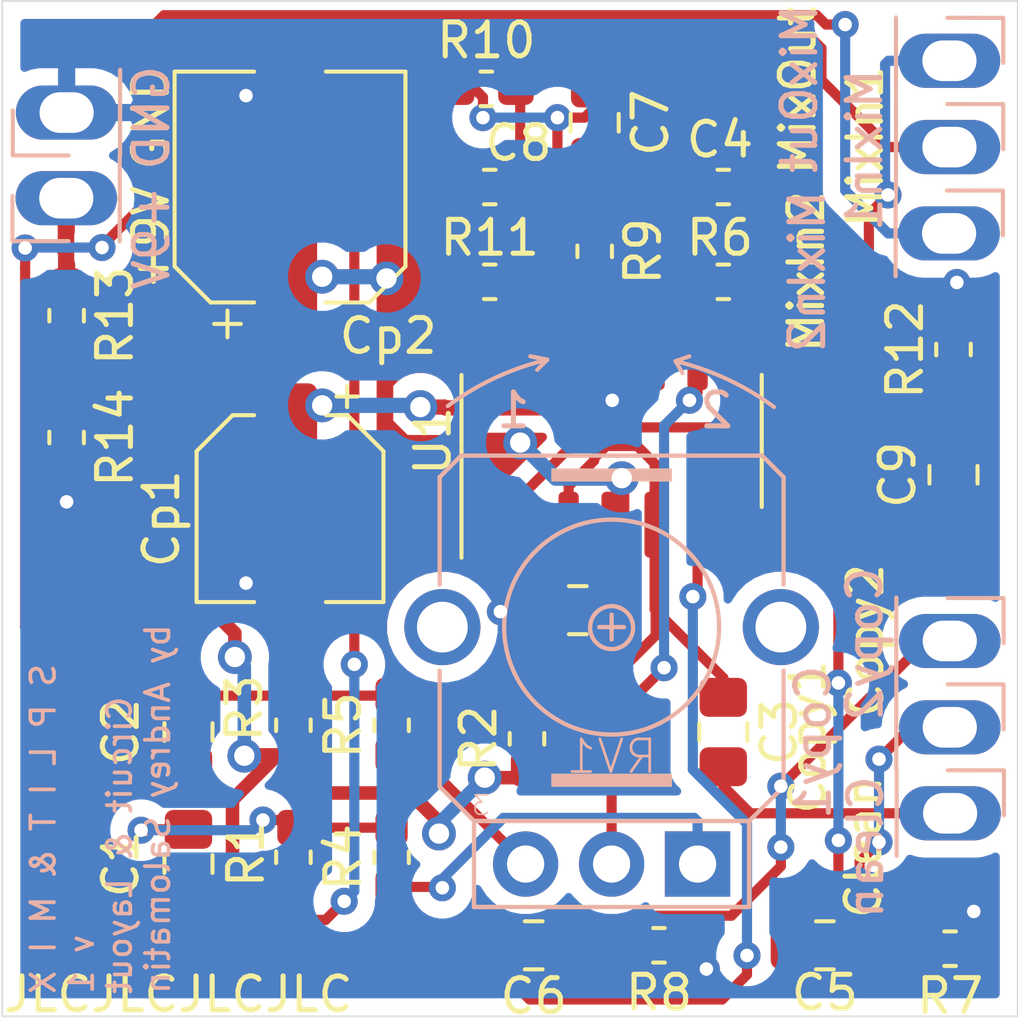
<source format=kicad_pcb>
(kicad_pcb (version 20171130) (host pcbnew "(5.1.5-0-10_14)")

  (general
    (thickness 1.6)
    (drawings 15)
    (tracks 273)
    (zones 0)
    (modules 36)
    (nets 22)
  )

  (page A4)
  (layers
    (0 F.Cu signal)
    (31 B.Cu signal)
    (32 B.Adhes user hide)
    (33 F.Adhes user hide)
    (34 B.Paste user hide)
    (35 F.Paste user hide)
    (36 B.SilkS user)
    (37 F.SilkS user)
    (38 B.Mask user)
    (39 F.Mask user hide)
    (40 Dwgs.User user)
    (41 Cmts.User user)
    (42 Eco1.User user)
    (43 Eco2.User user hide)
    (44 Edge.Cuts user)
    (45 Margin user hide)
    (46 B.CrtYd user)
    (47 F.CrtYd user)
    (48 B.Fab user)
    (49 F.Fab user hide)
  )

  (setup
    (last_trace_width 0.3)
    (trace_clearance 0.25)
    (zone_clearance 0.508)
    (zone_45_only no)
    (trace_min 0.2)
    (via_size 0.8)
    (via_drill 0.4)
    (via_min_size 0.4)
    (via_min_drill 0.3)
    (uvia_size 0.3)
    (uvia_drill 0.1)
    (uvias_allowed no)
    (uvia_min_size 0.2)
    (uvia_min_drill 0.1)
    (edge_width 0.05)
    (segment_width 0.2)
    (pcb_text_width 0.3)
    (pcb_text_size 1.5 1.5)
    (mod_edge_width 0.12)
    (mod_text_size 1 1)
    (mod_text_width 0.15)
    (pad_size 1.524 1.524)
    (pad_drill 0.762)
    (pad_to_mask_clearance 0.051)
    (solder_mask_min_width 0.25)
    (aux_axis_origin 0 0)
    (visible_elements FFFFFF7F)
    (pcbplotparams
      (layerselection 0x010fc_ffffffff)
      (usegerberextensions false)
      (usegerberattributes false)
      (usegerberadvancedattributes false)
      (creategerberjobfile false)
      (excludeedgelayer true)
      (linewidth 0.100000)
      (plotframeref false)
      (viasonmask false)
      (mode 1)
      (useauxorigin false)
      (hpglpennumber 1)
      (hpglpenspeed 20)
      (hpglpendiameter 15.000000)
      (psnegative false)
      (psa4output false)
      (plotreference true)
      (plotvalue true)
      (plotinvisibletext false)
      (padsonsilk false)
      (subtractmaskfromsilk false)
      (outputformat 1)
      (mirror false)
      (drillshape 0)
      (scaleselection 1)
      (outputdirectory "gerbers/"))
  )

  (net 0 "")
  (net 1 MixIn1)
  (net 2 "Net-(C1-Pad1)")
  (net 3 MixIn2)
  (net 4 "Net-(C2-Pad1)")
  (net 5 Clean)
  (net 6 "Net-(C3-Pad1)")
  (net 7 "Net-(C4-Pad2)")
  (net 8 "Net-(C4-Pad1)")
  (net 9 "Net-(C5-Pad2)")
  (net 10 CleanCopy1)
  (net 11 "Net-(C6-Pad2)")
  (net 12 CleanCopy2)
  (net 13 "Net-(C7-Pad1)")
  (net 14 "Net-(C8-Pad2)")
  (net 15 "Net-(C8-Pad1)")
  (net 16 MixOut)
  (net 17 GND)
  (net 18 +9V)
  (net 19 Vref)
  (net 20 "Net-(R4-Pad1)")
  (net 21 "Net-(R5-Pad1)")

  (net_class Default "This is the default net class."
    (clearance 0.25)
    (trace_width 0.3)
    (via_dia 0.8)
    (via_drill 0.4)
    (uvia_dia 0.3)
    (uvia_drill 0.1)
    (add_net Clean)
    (add_net CleanCopy1)
    (add_net CleanCopy2)
    (add_net GND)
    (add_net MixIn1)
    (add_net MixIn2)
    (add_net MixOut)
    (add_net "Net-(C1-Pad1)")
    (add_net "Net-(C2-Pad1)")
    (add_net "Net-(C3-Pad1)")
    (add_net "Net-(C4-Pad1)")
    (add_net "Net-(C4-Pad2)")
    (add_net "Net-(C5-Pad2)")
    (add_net "Net-(C6-Pad2)")
    (add_net "Net-(C7-Pad1)")
    (add_net "Net-(C8-Pad1)")
    (add_net "Net-(C8-Pad2)")
    (add_net "Net-(R4-Pad1)")
    (add_net "Net-(R5-Pad1)")
  )

  (net_class Power ""
    (clearance 0.3)
    (trace_width 0.45)
    (via_dia 1)
    (via_drill 0.6)
    (uvia_dia 0.3)
    (uvia_drill 0.1)
    (add_net +9V)
    (add_net Vref)
  )

  (module Package_SO:SOIC-14_3.9x8.7mm_P1.27mm (layer F.Cu) (tedit 5D9F72B1) (tstamp 613A7AB0)
    (at 100 87.5 90)
    (descr "SOIC, 14 Pin (JEDEC MS-012AB, https://www.analog.com/media/en/package-pcb-resources/package/pkg_pdf/soic_narrow-r/r_14.pdf), generated with kicad-footprint-generator ipc_gullwing_generator.py")
    (tags "SOIC SO")
    (path /616208A4)
    (attr smd)
    (fp_text reference U1 (at 0 -5.28 90) (layer F.SilkS)
      (effects (font (size 1 1) (thickness 0.15)))
    )
    (fp_text value TL074 (at 0 5.28 90) (layer F.Fab)
      (effects (font (size 1 1) (thickness 0.15)))
    )
    (fp_text user %R (at 0 0 90) (layer F.Fab)
      (effects (font (size 0.98 0.98) (thickness 0.15)))
    )
    (fp_line (start 3.7 -4.58) (end -3.7 -4.58) (layer F.CrtYd) (width 0.05))
    (fp_line (start 3.7 4.58) (end 3.7 -4.58) (layer F.CrtYd) (width 0.05))
    (fp_line (start -3.7 4.58) (end 3.7 4.58) (layer F.CrtYd) (width 0.05))
    (fp_line (start -3.7 -4.58) (end -3.7 4.58) (layer F.CrtYd) (width 0.05))
    (fp_line (start -1.95 -3.35) (end -0.975 -4.325) (layer F.Fab) (width 0.1))
    (fp_line (start -1.95 4.325) (end -1.95 -3.35) (layer F.Fab) (width 0.1))
    (fp_line (start 1.95 4.325) (end -1.95 4.325) (layer F.Fab) (width 0.1))
    (fp_line (start 1.95 -4.325) (end 1.95 4.325) (layer F.Fab) (width 0.1))
    (fp_line (start -0.975 -4.325) (end 1.95 -4.325) (layer F.Fab) (width 0.1))
    (fp_line (start 0 -4.435) (end -3.45 -4.435) (layer F.SilkS) (width 0.12))
    (fp_line (start 0 -4.435) (end 1.95 -4.435) (layer F.SilkS) (width 0.12))
    (fp_line (start 0 4.435) (end -1.95 4.435) (layer F.SilkS) (width 0.12))
    (fp_line (start 0 4.435) (end 1.95 4.435) (layer F.SilkS) (width 0.12))
    (pad 14 smd roundrect (at 2.475 -3.81 90) (size 1.95 0.6) (layers F.Cu F.Paste F.Mask) (roundrect_rratio 0.25)
      (net 15 "Net-(C8-Pad1)"))
    (pad 13 smd roundrect (at 2.475 -2.54 90) (size 1.95 0.6) (layers F.Cu F.Paste F.Mask) (roundrect_rratio 0.25)
      (net 14 "Net-(C8-Pad2)"))
    (pad 12 smd roundrect (at 2.475 -1.27 90) (size 1.95 0.6) (layers F.Cu F.Paste F.Mask) (roundrect_rratio 0.25)
      (net 19 Vref))
    (pad 11 smd roundrect (at 2.475 0 90) (size 1.95 0.6) (layers F.Cu F.Paste F.Mask) (roundrect_rratio 0.25)
      (net 17 GND))
    (pad 10 smd roundrect (at 2.475 1.27 90) (size 1.95 0.6) (layers F.Cu F.Paste F.Mask) (roundrect_rratio 0.25)
      (net 19 Vref))
    (pad 9 smd roundrect (at 2.475 2.54 90) (size 1.95 0.6) (layers F.Cu F.Paste F.Mask) (roundrect_rratio 0.25)
      (net 7 "Net-(C4-Pad2)"))
    (pad 8 smd roundrect (at 2.475 3.81 90) (size 1.95 0.6) (layers F.Cu F.Paste F.Mask) (roundrect_rratio 0.25)
      (net 8 "Net-(C4-Pad1)"))
    (pad 7 smd roundrect (at -2.475 3.81 90) (size 1.95 0.6) (layers F.Cu F.Paste F.Mask) (roundrect_rratio 0.25)
      (net 11 "Net-(C6-Pad2)"))
    (pad 6 smd roundrect (at -2.475 2.54 90) (size 1.95 0.6) (layers F.Cu F.Paste F.Mask) (roundrect_rratio 0.25)
      (net 11 "Net-(C6-Pad2)"))
    (pad 5 smd roundrect (at -2.475 1.27 90) (size 1.95 0.6) (layers F.Cu F.Paste F.Mask) (roundrect_rratio 0.25)
      (net 6 "Net-(C3-Pad1)"))
    (pad 4 smd roundrect (at -2.475 0 90) (size 1.95 0.6) (layers F.Cu F.Paste F.Mask) (roundrect_rratio 0.25)
      (net 18 +9V))
    (pad 3 smd roundrect (at -2.475 -1.27 90) (size 1.95 0.6) (layers F.Cu F.Paste F.Mask) (roundrect_rratio 0.25)
      (net 6 "Net-(C3-Pad1)"))
    (pad 2 smd roundrect (at -2.475 -2.54 90) (size 1.95 0.6) (layers F.Cu F.Paste F.Mask) (roundrect_rratio 0.25)
      (net 9 "Net-(C5-Pad2)"))
    (pad 1 smd roundrect (at -2.475 -3.81 90) (size 1.95 0.6) (layers F.Cu F.Paste F.Mask) (roundrect_rratio 0.25)
      (net 9 "Net-(C5-Pad2)"))
    (model ${KISYS3DMOD}/Package_SO.3dshapes/SOIC-14_3.9x8.7mm_P1.27mm.wrl
      (at (xyz 0 0 0))
      (scale (xyz 1 1 1))
      (rotate (xyz 0 0 0))
    )
  )

  (module "MBv3 potentiometers:9MM_METAL_SHAFT" (layer F.Cu) (tedit 5E053891) (tstamp 613A7A90)
    (at 100 100)
    (descr "<b>9mm / Right-Angle /  PC Mount / Metal Shaft</b>\n<p>\n<a href=\"http://smallbear-electronics.mybigcommerce.com/alpha-single-gang-9mm-right-angle-pc-mount/\">http://smallbear-electronics.mybigcommerce.com/alpha-single-gang-9mm-right-angle-pc-mount/</a>")
    (path /6139FA59)
    (fp_text reference RV1 (at 0 -3.175) (layer B.SilkS)
      (effects (font (size 0.9652 0.9652) (thickness 0.08128)) (justify mirror))
    )
    (fp_text value B100k (at 0 0) (layer F.SilkS) hide
      (effects (font (size 1.524 1.524) (thickness 0.15)))
    )
    (fp_poly (pts (xy -1.778 -2.286) (xy 1.778 -2.286) (xy 1.778 -2.667) (xy -1.778 -2.667)) (layer B.SilkS) (width 0))
    (fp_poly (pts (xy -1.778 -11.303) (xy 1.778 -11.303) (xy 1.778 -11.684) (xy -1.778 -11.684)) (layer B.SilkS) (width 0))
    (fp_poly (pts (xy -1.778 -2.286) (xy 1.778 -2.286) (xy 1.778 -2.667) (xy -1.778 -2.667)) (layer F.SilkS) (width 0))
    (fp_poly (pts (xy -1.778 -11.303) (xy 1.778 -11.303) (xy 1.778 -11.684) (xy -1.778 -11.684)) (layer F.SilkS) (width 0))
    (fp_line (start 4.064 -1.27) (end 5.08 -2.286) (layer B.SilkS) (width 0.127))
    (fp_line (start 5.08 -2.286) (end 5.08 -5.715) (layer B.SilkS) (width 0.127))
    (fp_line (start 5.08 -11.43) (end 5.08 -8.255) (layer B.SilkS) (width 0.127))
    (fp_line (start -5.08 -2.286) (end -5.08 -5.715) (layer B.SilkS) (width 0.127))
    (fp_line (start -5.08 -11.43) (end -5.08 -8.255) (layer B.SilkS) (width 0.127))
    (fp_circle (center 0 -6.985) (end 0.635 -6.985) (layer B.SilkS) (width 0.127))
    (fp_text user 3 (at -3.556 -1.397) (layer B.SilkS)
      (effects (font (size 0.57912 0.57912) (thickness 0.048768)) (justify left bottom mirror))
    )
    (fp_line (start -4.064 1.27) (end -4.064 -1.27) (layer B.SilkS) (width 0.127))
    (fp_line (start 4.064 1.27) (end -4.064 1.27) (layer B.SilkS) (width 0.127))
    (fp_line (start 4.064 -1.27) (end 4.064 1.27) (layer B.SilkS) (width 0.127))
    (fp_line (start -4.064 -1.27) (end 4.064 -1.27) (layer B.SilkS) (width 0.127))
    (fp_line (start 0 -7.365) (end 0 -6.635) (layer B.SilkS) (width 0.127))
    (fp_line (start -0.365 -7) (end 0.365 -7) (layer B.SilkS) (width 0.127))
    (fp_line (start -5.08 -2.286) (end -4.064 -1.27) (layer B.SilkS) (width 0.127))
    (fp_line (start 4.064 1.27) (end 4.064 -1.27) (layer F.SilkS) (width 0.127))
    (fp_line (start -4.064 1.27) (end 4.064 1.27) (layer F.SilkS) (width 0.127))
    (fp_line (start -4.064 -1.27) (end -4.064 1.27) (layer F.SilkS) (width 0.127))
    (fp_line (start -5.08 -11.43) (end -4.445 -12.065) (layer B.SilkS) (width 0.127))
    (fp_line (start 4.064 -1.27) (end -4.064 -1.27) (layer F.SilkS) (width 0.127))
    (fp_line (start 4.445 -12.065) (end 5.08 -11.43) (layer B.SilkS) (width 0.127))
    (fp_line (start -4.445 -12.065) (end 4.445 -12.065) (layer B.SilkS) (width 0.127))
    (fp_circle (center 0 -7) (end 3.175 -7) (layer B.SilkS) (width 0.127))
    (pad "" thru_hole oval (at 5 -7) (size 2.25 2.25) (drill 1.5) (layers *.Cu *.Mask))
    (pad "" thru_hole oval (at -5 -7) (size 2.25 2.25) (drill 1.5) (layers *.Cu *.Mask))
    (pad 3 thru_hole oval (at -2.54 0) (size 1.9304 1.9304) (drill 1.1) (layers *.Cu *.Mask)
      (net 21 "Net-(R5-Pad1)"))
    (pad 2 thru_hole oval (at 0 0) (size 1.9304 1.9304) (drill 1.1) (layers *.Cu *.Mask)
      (net 7 "Net-(C4-Pad2)"))
    (pad 1 thru_hole rect (at 2.54 0) (size 1.9304 1.9304) (drill 1.1) (layers *.Cu *.Mask)
      (net 20 "Net-(R4-Pad1)"))
    (model ${DHAILLANT_3D}/potentiometers/ALPHA-RD901F-40.step
      (offset (xyz 0 7.05 -1.75))
      (scale (xyz 1 1 1))
      (rotate (xyz 0 180 0))
    )
  )

  (module Resistor_SMD:R_0603_1608Metric_Pad1.05x0.95mm_HandSolder (layer F.Cu) (tedit 5B301BBD) (tstamp 613ABE79)
    (at 83.9 87.4 270)
    (descr "Resistor SMD 0603 (1608 Metric), square (rectangular) end terminal, IPC_7351 nominal with elongated pad for handsoldering. (Body size source: http://www.tortai-tech.com/upload/download/2011102023233369053.pdf), generated with kicad-footprint-generator")
    (tags "resistor handsolder")
    (path /61628854)
    (attr smd)
    (fp_text reference R14 (at 0 -1.43 90) (layer F.SilkS)
      (effects (font (size 1 1) (thickness 0.15)))
    )
    (fp_text value 10k (at 0 1.43 90) (layer F.Fab)
      (effects (font (size 1 1) (thickness 0.15)))
    )
    (fp_text user %R (at 0 0 90) (layer F.Fab)
      (effects (font (size 0.4 0.4) (thickness 0.06)))
    )
    (fp_line (start 1.65 0.73) (end -1.65 0.73) (layer F.CrtYd) (width 0.05))
    (fp_line (start 1.65 -0.73) (end 1.65 0.73) (layer F.CrtYd) (width 0.05))
    (fp_line (start -1.65 -0.73) (end 1.65 -0.73) (layer F.CrtYd) (width 0.05))
    (fp_line (start -1.65 0.73) (end -1.65 -0.73) (layer F.CrtYd) (width 0.05))
    (fp_line (start -0.171267 0.51) (end 0.171267 0.51) (layer F.SilkS) (width 0.12))
    (fp_line (start -0.171267 -0.51) (end 0.171267 -0.51) (layer F.SilkS) (width 0.12))
    (fp_line (start 0.8 0.4) (end -0.8 0.4) (layer F.Fab) (width 0.1))
    (fp_line (start 0.8 -0.4) (end 0.8 0.4) (layer F.Fab) (width 0.1))
    (fp_line (start -0.8 -0.4) (end 0.8 -0.4) (layer F.Fab) (width 0.1))
    (fp_line (start -0.8 0.4) (end -0.8 -0.4) (layer F.Fab) (width 0.1))
    (pad 2 smd roundrect (at 0.875 0 270) (size 1.05 0.95) (layers F.Cu F.Paste F.Mask) (roundrect_rratio 0.25)
      (net 17 GND))
    (pad 1 smd roundrect (at -0.875 0 270) (size 1.05 0.95) (layers F.Cu F.Paste F.Mask) (roundrect_rratio 0.25)
      (net 19 Vref))
    (model ${KISYS3DMOD}/Resistor_SMD.3dshapes/R_0603_1608Metric.wrl
      (at (xyz 0 0 0))
      (scale (xyz 1 1 1))
      (rotate (xyz 0 0 0))
    )
  )

  (module Resistor_SMD:R_0603_1608Metric_Pad1.05x0.95mm_HandSolder (layer F.Cu) (tedit 5B301BBD) (tstamp 613ABEA9)
    (at 83.9 83.8 270)
    (descr "Resistor SMD 0603 (1608 Metric), square (rectangular) end terminal, IPC_7351 nominal with elongated pad for handsoldering. (Body size source: http://www.tortai-tech.com/upload/download/2011102023233369053.pdf), generated with kicad-footprint-generator")
    (tags "resistor handsolder")
    (path /616264E1)
    (attr smd)
    (fp_text reference R13 (at 0 -1.43 90) (layer F.SilkS)
      (effects (font (size 1 1) (thickness 0.15)))
    )
    (fp_text value 10k (at 0 1.43 90) (layer F.Fab)
      (effects (font (size 1 1) (thickness 0.15)))
    )
    (fp_text user %R (at 0 0 90) (layer F.Fab)
      (effects (font (size 0.4 0.4) (thickness 0.06)))
    )
    (fp_line (start 1.65 0.73) (end -1.65 0.73) (layer F.CrtYd) (width 0.05))
    (fp_line (start 1.65 -0.73) (end 1.65 0.73) (layer F.CrtYd) (width 0.05))
    (fp_line (start -1.65 -0.73) (end 1.65 -0.73) (layer F.CrtYd) (width 0.05))
    (fp_line (start -1.65 0.73) (end -1.65 -0.73) (layer F.CrtYd) (width 0.05))
    (fp_line (start -0.171267 0.51) (end 0.171267 0.51) (layer F.SilkS) (width 0.12))
    (fp_line (start -0.171267 -0.51) (end 0.171267 -0.51) (layer F.SilkS) (width 0.12))
    (fp_line (start 0.8 0.4) (end -0.8 0.4) (layer F.Fab) (width 0.1))
    (fp_line (start 0.8 -0.4) (end 0.8 0.4) (layer F.Fab) (width 0.1))
    (fp_line (start -0.8 -0.4) (end 0.8 -0.4) (layer F.Fab) (width 0.1))
    (fp_line (start -0.8 0.4) (end -0.8 -0.4) (layer F.Fab) (width 0.1))
    (pad 2 smd roundrect (at 0.875 0 270) (size 1.05 0.95) (layers F.Cu F.Paste F.Mask) (roundrect_rratio 0.25)
      (net 19 Vref))
    (pad 1 smd roundrect (at -0.875 0 270) (size 1.05 0.95) (layers F.Cu F.Paste F.Mask) (roundrect_rratio 0.25)
      (net 18 +9V))
    (model ${KISYS3DMOD}/Resistor_SMD.3dshapes/R_0603_1608Metric.wrl
      (at (xyz 0 0 0))
      (scale (xyz 1 1 1))
      (rotate (xyz 0 0 0))
    )
  )

  (module Resistor_SMD:R_0603_1608Metric_Pad1.05x0.95mm_HandSolder (layer F.Cu) (tedit 5B301BBD) (tstamp 613A7A4B)
    (at 110.1 84.8 90)
    (descr "Resistor SMD 0603 (1608 Metric), square (rectangular) end terminal, IPC_7351 nominal with elongated pad for handsoldering. (Body size source: http://www.tortai-tech.com/upload/download/2011102023233369053.pdf), generated with kicad-footprint-generator")
    (tags "resistor handsolder")
    (path /6144C581)
    (attr smd)
    (fp_text reference R12 (at 0 -1.43 90) (layer F.SilkS)
      (effects (font (size 1 1) (thickness 0.15)))
    )
    (fp_text value 100k (at 0 1.43 90) (layer F.Fab)
      (effects (font (size 1 1) (thickness 0.15)))
    )
    (fp_text user %R (at 0 0 90) (layer F.Fab)
      (effects (font (size 0.4 0.4) (thickness 0.06)))
    )
    (fp_line (start 1.65 0.73) (end -1.65 0.73) (layer F.CrtYd) (width 0.05))
    (fp_line (start 1.65 -0.73) (end 1.65 0.73) (layer F.CrtYd) (width 0.05))
    (fp_line (start -1.65 -0.73) (end 1.65 -0.73) (layer F.CrtYd) (width 0.05))
    (fp_line (start -1.65 0.73) (end -1.65 -0.73) (layer F.CrtYd) (width 0.05))
    (fp_line (start -0.171267 0.51) (end 0.171267 0.51) (layer F.SilkS) (width 0.12))
    (fp_line (start -0.171267 -0.51) (end 0.171267 -0.51) (layer F.SilkS) (width 0.12))
    (fp_line (start 0.8 0.4) (end -0.8 0.4) (layer F.Fab) (width 0.1))
    (fp_line (start 0.8 -0.4) (end 0.8 0.4) (layer F.Fab) (width 0.1))
    (fp_line (start -0.8 -0.4) (end 0.8 -0.4) (layer F.Fab) (width 0.1))
    (fp_line (start -0.8 0.4) (end -0.8 -0.4) (layer F.Fab) (width 0.1))
    (pad 2 smd roundrect (at 0.875 0 90) (size 1.05 0.95) (layers F.Cu F.Paste F.Mask) (roundrect_rratio 0.25)
      (net 17 GND))
    (pad 1 smd roundrect (at -0.875 0 90) (size 1.05 0.95) (layers F.Cu F.Paste F.Mask) (roundrect_rratio 0.25)
      (net 16 MixOut))
    (model ${KISYS3DMOD}/Resistor_SMD.3dshapes/R_0603_1608Metric.wrl
      (at (xyz 0 0 0))
      (scale (xyz 1 1 1))
      (rotate (xyz 0 0 0))
    )
  )

  (module Resistor_SMD:R_0603_1608Metric_Pad1.05x0.95mm_HandSolder (layer F.Cu) (tedit 5B301BBD) (tstamp 613A7A3A)
    (at 96.4 82.8 180)
    (descr "Resistor SMD 0603 (1608 Metric), square (rectangular) end terminal, IPC_7351 nominal with elongated pad for handsoldering. (Body size source: http://www.tortai-tech.com/upload/download/2011102023233369053.pdf), generated with kicad-footprint-generator")
    (tags "resistor handsolder")
    (path /61440C24)
    (attr smd)
    (fp_text reference R11 (at 0 1.3) (layer F.SilkS)
      (effects (font (size 1 1) (thickness 0.15)))
    )
    (fp_text value 10k (at 0 1.43) (layer F.Fab)
      (effects (font (size 1 1) (thickness 0.15)))
    )
    (fp_text user %R (at 0 0) (layer F.Fab)
      (effects (font (size 0.4 0.4) (thickness 0.06)))
    )
    (fp_line (start 1.65 0.73) (end -1.65 0.73) (layer F.CrtYd) (width 0.05))
    (fp_line (start 1.65 -0.73) (end 1.65 0.73) (layer F.CrtYd) (width 0.05))
    (fp_line (start -1.65 -0.73) (end 1.65 -0.73) (layer F.CrtYd) (width 0.05))
    (fp_line (start -1.65 0.73) (end -1.65 -0.73) (layer F.CrtYd) (width 0.05))
    (fp_line (start -0.171267 0.51) (end 0.171267 0.51) (layer F.SilkS) (width 0.12))
    (fp_line (start -0.171267 -0.51) (end 0.171267 -0.51) (layer F.SilkS) (width 0.12))
    (fp_line (start 0.8 0.4) (end -0.8 0.4) (layer F.Fab) (width 0.1))
    (fp_line (start 0.8 -0.4) (end 0.8 0.4) (layer F.Fab) (width 0.1))
    (fp_line (start -0.8 -0.4) (end 0.8 -0.4) (layer F.Fab) (width 0.1))
    (fp_line (start -0.8 0.4) (end -0.8 -0.4) (layer F.Fab) (width 0.1))
    (pad 2 smd roundrect (at 0.875 0 180) (size 1.05 0.95) (layers F.Cu F.Paste F.Mask) (roundrect_rratio 0.25)
      (net 15 "Net-(C8-Pad1)"))
    (pad 1 smd roundrect (at -0.875 0 180) (size 1.05 0.95) (layers F.Cu F.Paste F.Mask) (roundrect_rratio 0.25)
      (net 14 "Net-(C8-Pad2)"))
    (model ${KISYS3DMOD}/Resistor_SMD.3dshapes/R_0603_1608Metric.wrl
      (at (xyz 0 0 0))
      (scale (xyz 1 1 1))
      (rotate (xyz 0 0 0))
    )
  )

  (module Resistor_SMD:R_0603_1608Metric_Pad1.05x0.95mm_HandSolder (layer F.Cu) (tedit 5B301BBD) (tstamp 613A7A29)
    (at 96.3 77.1)
    (descr "Resistor SMD 0603 (1608 Metric), square (rectangular) end terminal, IPC_7351 nominal with elongated pad for handsoldering. (Body size source: http://www.tortai-tech.com/upload/download/2011102023233369053.pdf), generated with kicad-footprint-generator")
    (tags "resistor handsolder")
    (path /6142846E)
    (attr smd)
    (fp_text reference R10 (at 0 -1.43) (layer F.SilkS)
      (effects (font (size 1 1) (thickness 0.15)))
    )
    (fp_text value 10k (at 0 1.43) (layer F.Fab)
      (effects (font (size 1 1) (thickness 0.15)))
    )
    (fp_text user %R (at 0 0) (layer F.Fab)
      (effects (font (size 0.4 0.4) (thickness 0.06)))
    )
    (fp_line (start 1.65 0.73) (end -1.65 0.73) (layer F.CrtYd) (width 0.05))
    (fp_line (start 1.65 -0.73) (end 1.65 0.73) (layer F.CrtYd) (width 0.05))
    (fp_line (start -1.65 -0.73) (end 1.65 -0.73) (layer F.CrtYd) (width 0.05))
    (fp_line (start -1.65 0.73) (end -1.65 -0.73) (layer F.CrtYd) (width 0.05))
    (fp_line (start -0.171267 0.51) (end 0.171267 0.51) (layer F.SilkS) (width 0.12))
    (fp_line (start -0.171267 -0.51) (end 0.171267 -0.51) (layer F.SilkS) (width 0.12))
    (fp_line (start 0.8 0.4) (end -0.8 0.4) (layer F.Fab) (width 0.1))
    (fp_line (start 0.8 -0.4) (end 0.8 0.4) (layer F.Fab) (width 0.1))
    (fp_line (start -0.8 -0.4) (end 0.8 -0.4) (layer F.Fab) (width 0.1))
    (fp_line (start -0.8 0.4) (end -0.8 -0.4) (layer F.Fab) (width 0.1))
    (pad 2 smd roundrect (at 0.875 0) (size 1.05 0.95) (layers F.Cu F.Paste F.Mask) (roundrect_rratio 0.25)
      (net 14 "Net-(C8-Pad2)"))
    (pad 1 smd roundrect (at -0.875 0) (size 1.05 0.95) (layers F.Cu F.Paste F.Mask) (roundrect_rratio 0.25)
      (net 13 "Net-(C7-Pad1)"))
    (model ${KISYS3DMOD}/Resistor_SMD.3dshapes/R_0603_1608Metric.wrl
      (at (xyz 0 0 0))
      (scale (xyz 1 1 1))
      (rotate (xyz 0 0 0))
    )
  )

  (module Resistor_SMD:R_0603_1608Metric_Pad1.05x0.95mm_HandSolder (layer F.Cu) (tedit 5B301BBD) (tstamp 613A7A18)
    (at 99.5 81.9 270)
    (descr "Resistor SMD 0603 (1608 Metric), square (rectangular) end terminal, IPC_7351 nominal with elongated pad for handsoldering. (Body size source: http://www.tortai-tech.com/upload/download/2011102023233369053.pdf), generated with kicad-footprint-generator")
    (tags "resistor handsolder")
    (path /61422F31)
    (attr smd)
    (fp_text reference R9 (at 0 -1.43 90) (layer F.SilkS)
      (effects (font (size 1 1) (thickness 0.15)))
    )
    (fp_text value 1M (at 0 1.43 90) (layer F.Fab)
      (effects (font (size 1 1) (thickness 0.15)))
    )
    (fp_text user %R (at 0 0 90) (layer F.Fab)
      (effects (font (size 0.4 0.4) (thickness 0.06)))
    )
    (fp_line (start 1.65 0.73) (end -1.65 0.73) (layer F.CrtYd) (width 0.05))
    (fp_line (start 1.65 -0.73) (end 1.65 0.73) (layer F.CrtYd) (width 0.05))
    (fp_line (start -1.65 -0.73) (end 1.65 -0.73) (layer F.CrtYd) (width 0.05))
    (fp_line (start -1.65 0.73) (end -1.65 -0.73) (layer F.CrtYd) (width 0.05))
    (fp_line (start -0.171267 0.51) (end 0.171267 0.51) (layer F.SilkS) (width 0.12))
    (fp_line (start -0.171267 -0.51) (end 0.171267 -0.51) (layer F.SilkS) (width 0.12))
    (fp_line (start 0.8 0.4) (end -0.8 0.4) (layer F.Fab) (width 0.1))
    (fp_line (start 0.8 -0.4) (end 0.8 0.4) (layer F.Fab) (width 0.1))
    (fp_line (start -0.8 -0.4) (end 0.8 -0.4) (layer F.Fab) (width 0.1))
    (fp_line (start -0.8 0.4) (end -0.8 -0.4) (layer F.Fab) (width 0.1))
    (pad 2 smd roundrect (at 0.875 0 270) (size 1.05 0.95) (layers F.Cu F.Paste F.Mask) (roundrect_rratio 0.25)
      (net 19 Vref))
    (pad 1 smd roundrect (at -0.875 0 270) (size 1.05 0.95) (layers F.Cu F.Paste F.Mask) (roundrect_rratio 0.25)
      (net 13 "Net-(C7-Pad1)"))
    (model ${KISYS3DMOD}/Resistor_SMD.3dshapes/R_0603_1608Metric.wrl
      (at (xyz 0 0 0))
      (scale (xyz 1 1 1))
      (rotate (xyz 0 0 0))
    )
  )

  (module Resistor_SMD:R_0603_1608Metric_Pad1.05x0.95mm_HandSolder (layer F.Cu) (tedit 5B301BBD) (tstamp 613A7A07)
    (at 101.4 102.4)
    (descr "Resistor SMD 0603 (1608 Metric), square (rectangular) end terminal, IPC_7351 nominal with elongated pad for handsoldering. (Body size source: http://www.tortai-tech.com/upload/download/2011102023233369053.pdf), generated with kicad-footprint-generator")
    (tags "resistor handsolder")
    (path /6163EB04)
    (attr smd)
    (fp_text reference R8 (at 0 1.4) (layer F.SilkS)
      (effects (font (size 1 1) (thickness 0.15)))
    )
    (fp_text value 100k (at 0 1.43) (layer F.Fab)
      (effects (font (size 1 1) (thickness 0.15)))
    )
    (fp_text user %R (at 0 0) (layer F.Fab)
      (effects (font (size 0.4 0.4) (thickness 0.06)))
    )
    (fp_line (start 1.65 0.73) (end -1.65 0.73) (layer F.CrtYd) (width 0.05))
    (fp_line (start 1.65 -0.73) (end 1.65 0.73) (layer F.CrtYd) (width 0.05))
    (fp_line (start -1.65 -0.73) (end 1.65 -0.73) (layer F.CrtYd) (width 0.05))
    (fp_line (start -1.65 0.73) (end -1.65 -0.73) (layer F.CrtYd) (width 0.05))
    (fp_line (start -0.171267 0.51) (end 0.171267 0.51) (layer F.SilkS) (width 0.12))
    (fp_line (start -0.171267 -0.51) (end 0.171267 -0.51) (layer F.SilkS) (width 0.12))
    (fp_line (start 0.8 0.4) (end -0.8 0.4) (layer F.Fab) (width 0.1))
    (fp_line (start 0.8 -0.4) (end 0.8 0.4) (layer F.Fab) (width 0.1))
    (fp_line (start -0.8 -0.4) (end 0.8 -0.4) (layer F.Fab) (width 0.1))
    (fp_line (start -0.8 0.4) (end -0.8 -0.4) (layer F.Fab) (width 0.1))
    (pad 2 smd roundrect (at 0.875 0) (size 1.05 0.95) (layers F.Cu F.Paste F.Mask) (roundrect_rratio 0.25)
      (net 17 GND))
    (pad 1 smd roundrect (at -0.875 0) (size 1.05 0.95) (layers F.Cu F.Paste F.Mask) (roundrect_rratio 0.25)
      (net 12 CleanCopy2))
    (model ${KISYS3DMOD}/Resistor_SMD.3dshapes/R_0603_1608Metric.wrl
      (at (xyz 0 0 0))
      (scale (xyz 1 1 1))
      (rotate (xyz 0 0 0))
    )
  )

  (module Resistor_SMD:R_0603_1608Metric_Pad1.05x0.95mm_HandSolder (layer F.Cu) (tedit 5B301BBD) (tstamp 613A79F6)
    (at 110 102.5)
    (descr "Resistor SMD 0603 (1608 Metric), square (rectangular) end terminal, IPC_7351 nominal with elongated pad for handsoldering. (Body size source: http://www.tortai-tech.com/upload/download/2011102023233369053.pdf), generated with kicad-footprint-generator")
    (tags "resistor handsolder")
    (path /61639536)
    (attr smd)
    (fp_text reference R7 (at 0 1.4) (layer F.SilkS)
      (effects (font (size 1 1) (thickness 0.15)))
    )
    (fp_text value 100k (at 0 1.43) (layer F.Fab)
      (effects (font (size 1 1) (thickness 0.15)))
    )
    (fp_text user %R (at 0 0) (layer F.Fab)
      (effects (font (size 0.4 0.4) (thickness 0.06)))
    )
    (fp_line (start 1.65 0.73) (end -1.65 0.73) (layer F.CrtYd) (width 0.05))
    (fp_line (start 1.65 -0.73) (end 1.65 0.73) (layer F.CrtYd) (width 0.05))
    (fp_line (start -1.65 -0.73) (end 1.65 -0.73) (layer F.CrtYd) (width 0.05))
    (fp_line (start -1.65 0.73) (end -1.65 -0.73) (layer F.CrtYd) (width 0.05))
    (fp_line (start -0.171267 0.51) (end 0.171267 0.51) (layer F.SilkS) (width 0.12))
    (fp_line (start -0.171267 -0.51) (end 0.171267 -0.51) (layer F.SilkS) (width 0.12))
    (fp_line (start 0.8 0.4) (end -0.8 0.4) (layer F.Fab) (width 0.1))
    (fp_line (start 0.8 -0.4) (end 0.8 0.4) (layer F.Fab) (width 0.1))
    (fp_line (start -0.8 -0.4) (end 0.8 -0.4) (layer F.Fab) (width 0.1))
    (fp_line (start -0.8 0.4) (end -0.8 -0.4) (layer F.Fab) (width 0.1))
    (pad 2 smd roundrect (at 0.875 0) (size 1.05 0.95) (layers F.Cu F.Paste F.Mask) (roundrect_rratio 0.25)
      (net 17 GND))
    (pad 1 smd roundrect (at -0.875 0) (size 1.05 0.95) (layers F.Cu F.Paste F.Mask) (roundrect_rratio 0.25)
      (net 10 CleanCopy1))
    (model ${KISYS3DMOD}/Resistor_SMD.3dshapes/R_0603_1608Metric.wrl
      (at (xyz 0 0 0))
      (scale (xyz 1 1 1))
      (rotate (xyz 0 0 0))
    )
  )

  (module Resistor_SMD:R_0603_1608Metric_Pad1.05x0.95mm_HandSolder (layer F.Cu) (tedit 5B301BBD) (tstamp 613A79E5)
    (at 103.3 82.8)
    (descr "Resistor SMD 0603 (1608 Metric), square (rectangular) end terminal, IPC_7351 nominal with elongated pad for handsoldering. (Body size source: http://www.tortai-tech.com/upload/download/2011102023233369053.pdf), generated with kicad-footprint-generator")
    (tags "resistor handsolder")
    (path /613A55EE)
    (attr smd)
    (fp_text reference R6 (at -0.1 -1.3) (layer F.SilkS)
      (effects (font (size 1 1) (thickness 0.15)))
    )
    (fp_text value 100k (at 0 1.43) (layer F.Fab)
      (effects (font (size 1 1) (thickness 0.15)))
    )
    (fp_text user %R (at 0 0) (layer F.Fab)
      (effects (font (size 0.4 0.4) (thickness 0.06)))
    )
    (fp_line (start 1.65 0.73) (end -1.65 0.73) (layer F.CrtYd) (width 0.05))
    (fp_line (start 1.65 -0.73) (end 1.65 0.73) (layer F.CrtYd) (width 0.05))
    (fp_line (start -1.65 -0.73) (end 1.65 -0.73) (layer F.CrtYd) (width 0.05))
    (fp_line (start -1.65 0.73) (end -1.65 -0.73) (layer F.CrtYd) (width 0.05))
    (fp_line (start -0.171267 0.51) (end 0.171267 0.51) (layer F.SilkS) (width 0.12))
    (fp_line (start -0.171267 -0.51) (end 0.171267 -0.51) (layer F.SilkS) (width 0.12))
    (fp_line (start 0.8 0.4) (end -0.8 0.4) (layer F.Fab) (width 0.1))
    (fp_line (start 0.8 -0.4) (end 0.8 0.4) (layer F.Fab) (width 0.1))
    (fp_line (start -0.8 -0.4) (end 0.8 -0.4) (layer F.Fab) (width 0.1))
    (fp_line (start -0.8 0.4) (end -0.8 -0.4) (layer F.Fab) (width 0.1))
    (pad 2 smd roundrect (at 0.875 0) (size 1.05 0.95) (layers F.Cu F.Paste F.Mask) (roundrect_rratio 0.25)
      (net 8 "Net-(C4-Pad1)"))
    (pad 1 smd roundrect (at -0.875 0) (size 1.05 0.95) (layers F.Cu F.Paste F.Mask) (roundrect_rratio 0.25)
      (net 7 "Net-(C4-Pad2)"))
    (model ${KISYS3DMOD}/Resistor_SMD.3dshapes/R_0603_1608Metric.wrl
      (at (xyz 0 0 0))
      (scale (xyz 1 1 1))
      (rotate (xyz 0 0 0))
    )
  )

  (module Resistor_SMD:R_0603_1608Metric_Pad1.05x0.95mm_HandSolder (layer F.Cu) (tedit 5B301BBD) (tstamp 613A79D4)
    (at 93.5 95.9 90)
    (descr "Resistor SMD 0603 (1608 Metric), square (rectangular) end terminal, IPC_7351 nominal with elongated pad for handsoldering. (Body size source: http://www.tortai-tech.com/upload/download/2011102023233369053.pdf), generated with kicad-footprint-generator")
    (tags "resistor handsolder")
    (path /6139F112)
    (attr smd)
    (fp_text reference R5 (at 0 -1.43 90) (layer F.SilkS)
      (effects (font (size 1 1) (thickness 0.15)))
    )
    (fp_text value 100k (at 0 1.43 90) (layer F.Fab)
      (effects (font (size 1 1) (thickness 0.15)))
    )
    (fp_text user %R (at 0 0 90) (layer F.Fab)
      (effects (font (size 0.4 0.4) (thickness 0.06)))
    )
    (fp_line (start 1.65 0.73) (end -1.65 0.73) (layer F.CrtYd) (width 0.05))
    (fp_line (start 1.65 -0.73) (end 1.65 0.73) (layer F.CrtYd) (width 0.05))
    (fp_line (start -1.65 -0.73) (end 1.65 -0.73) (layer F.CrtYd) (width 0.05))
    (fp_line (start -1.65 0.73) (end -1.65 -0.73) (layer F.CrtYd) (width 0.05))
    (fp_line (start -0.171267 0.51) (end 0.171267 0.51) (layer F.SilkS) (width 0.12))
    (fp_line (start -0.171267 -0.51) (end 0.171267 -0.51) (layer F.SilkS) (width 0.12))
    (fp_line (start 0.8 0.4) (end -0.8 0.4) (layer F.Fab) (width 0.1))
    (fp_line (start 0.8 -0.4) (end 0.8 0.4) (layer F.Fab) (width 0.1))
    (fp_line (start -0.8 -0.4) (end 0.8 -0.4) (layer F.Fab) (width 0.1))
    (fp_line (start -0.8 0.4) (end -0.8 -0.4) (layer F.Fab) (width 0.1))
    (pad 2 smd roundrect (at 0.875 0 90) (size 1.05 0.95) (layers F.Cu F.Paste F.Mask) (roundrect_rratio 0.25)
      (net 4 "Net-(C2-Pad1)"))
    (pad 1 smd roundrect (at -0.875 0 90) (size 1.05 0.95) (layers F.Cu F.Paste F.Mask) (roundrect_rratio 0.25)
      (net 21 "Net-(R5-Pad1)"))
    (model ${KISYS3DMOD}/Resistor_SMD.3dshapes/R_0603_1608Metric.wrl
      (at (xyz 0 0 0))
      (scale (xyz 1 1 1))
      (rotate (xyz 0 0 0))
    )
  )

  (module Resistor_SMD:R_0603_1608Metric_Pad1.05x0.95mm_HandSolder (layer F.Cu) (tedit 5B301BBD) (tstamp 613A79C3)
    (at 93.5 99.8 90)
    (descr "Resistor SMD 0603 (1608 Metric), square (rectangular) end terminal, IPC_7351 nominal with elongated pad for handsoldering. (Body size source: http://www.tortai-tech.com/upload/download/2011102023233369053.pdf), generated with kicad-footprint-generator")
    (tags "resistor handsolder")
    (path /6139EC55)
    (attr smd)
    (fp_text reference R4 (at 0 -1.43 90) (layer F.SilkS)
      (effects (font (size 1 1) (thickness 0.15)))
    )
    (fp_text value 100k (at 0 1.43 90) (layer F.Fab)
      (effects (font (size 1 1) (thickness 0.15)))
    )
    (fp_text user %R (at 0 0 90) (layer F.Fab)
      (effects (font (size 0.4 0.4) (thickness 0.06)))
    )
    (fp_line (start 1.65 0.73) (end -1.65 0.73) (layer F.CrtYd) (width 0.05))
    (fp_line (start 1.65 -0.73) (end 1.65 0.73) (layer F.CrtYd) (width 0.05))
    (fp_line (start -1.65 -0.73) (end 1.65 -0.73) (layer F.CrtYd) (width 0.05))
    (fp_line (start -1.65 0.73) (end -1.65 -0.73) (layer F.CrtYd) (width 0.05))
    (fp_line (start -0.171267 0.51) (end 0.171267 0.51) (layer F.SilkS) (width 0.12))
    (fp_line (start -0.171267 -0.51) (end 0.171267 -0.51) (layer F.SilkS) (width 0.12))
    (fp_line (start 0.8 0.4) (end -0.8 0.4) (layer F.Fab) (width 0.1))
    (fp_line (start 0.8 -0.4) (end 0.8 0.4) (layer F.Fab) (width 0.1))
    (fp_line (start -0.8 -0.4) (end 0.8 -0.4) (layer F.Fab) (width 0.1))
    (fp_line (start -0.8 0.4) (end -0.8 -0.4) (layer F.Fab) (width 0.1))
    (pad 2 smd roundrect (at 0.875 0 90) (size 1.05 0.95) (layers F.Cu F.Paste F.Mask) (roundrect_rratio 0.25)
      (net 2 "Net-(C1-Pad1)"))
    (pad 1 smd roundrect (at -0.875 0 90) (size 1.05 0.95) (layers F.Cu F.Paste F.Mask) (roundrect_rratio 0.25)
      (net 20 "Net-(R4-Pad1)"))
    (model ${KISYS3DMOD}/Resistor_SMD.3dshapes/R_0603_1608Metric.wrl
      (at (xyz 0 0 0))
      (scale (xyz 1 1 1))
      (rotate (xyz 0 0 0))
    )
  )

  (module Resistor_SMD:R_0603_1608Metric_Pad1.05x0.95mm_HandSolder (layer F.Cu) (tedit 5B301BBD) (tstamp 613A79B2)
    (at 90.6 95.9 270)
    (descr "Resistor SMD 0603 (1608 Metric), square (rectangular) end terminal, IPC_7351 nominal with elongated pad for handsoldering. (Body size source: http://www.tortai-tech.com/upload/download/2011102023233369053.pdf), generated with kicad-footprint-generator")
    (tags "resistor handsolder")
    (path /613E23C7)
    (attr smd)
    (fp_text reference R3 (at -0.5 1.45 90) (layer F.SilkS)
      (effects (font (size 1 1) (thickness 0.15)))
    )
    (fp_text value 1M (at 0 1.43 90) (layer F.Fab)
      (effects (font (size 1 1) (thickness 0.15)))
    )
    (fp_text user %R (at 0 0 90) (layer F.Fab)
      (effects (font (size 0.4 0.4) (thickness 0.06)))
    )
    (fp_line (start 1.65 0.73) (end -1.65 0.73) (layer F.CrtYd) (width 0.05))
    (fp_line (start 1.65 -0.73) (end 1.65 0.73) (layer F.CrtYd) (width 0.05))
    (fp_line (start -1.65 -0.73) (end 1.65 -0.73) (layer F.CrtYd) (width 0.05))
    (fp_line (start -1.65 0.73) (end -1.65 -0.73) (layer F.CrtYd) (width 0.05))
    (fp_line (start -0.171267 0.51) (end 0.171267 0.51) (layer F.SilkS) (width 0.12))
    (fp_line (start -0.171267 -0.51) (end 0.171267 -0.51) (layer F.SilkS) (width 0.12))
    (fp_line (start 0.8 0.4) (end -0.8 0.4) (layer F.Fab) (width 0.1))
    (fp_line (start 0.8 -0.4) (end 0.8 0.4) (layer F.Fab) (width 0.1))
    (fp_line (start -0.8 -0.4) (end 0.8 -0.4) (layer F.Fab) (width 0.1))
    (fp_line (start -0.8 0.4) (end -0.8 -0.4) (layer F.Fab) (width 0.1))
    (pad 2 smd roundrect (at 0.875 0 270) (size 1.05 0.95) (layers F.Cu F.Paste F.Mask) (roundrect_rratio 0.25)
      (net 19 Vref))
    (pad 1 smd roundrect (at -0.875 0 270) (size 1.05 0.95) (layers F.Cu F.Paste F.Mask) (roundrect_rratio 0.25)
      (net 4 "Net-(C2-Pad1)"))
    (model ${KISYS3DMOD}/Resistor_SMD.3dshapes/R_0603_1608Metric.wrl
      (at (xyz 0 0 0))
      (scale (xyz 1 1 1))
      (rotate (xyz 0 0 0))
    )
  )

  (module Resistor_SMD:R_0603_1608Metric_Pad1.05x0.95mm_HandSolder (layer F.Cu) (tedit 5B301BBD) (tstamp 613A79A1)
    (at 97.5 96.3 90)
    (descr "Resistor SMD 0603 (1608 Metric), square (rectangular) end terminal, IPC_7351 nominal with elongated pad for handsoldering. (Body size source: http://www.tortai-tech.com/upload/download/2011102023233369053.pdf), generated with kicad-footprint-generator")
    (tags "resistor handsolder")
    (path /61635A34)
    (attr smd)
    (fp_text reference R2 (at 0 -1.43 90) (layer F.SilkS)
      (effects (font (size 1 1) (thickness 0.15)))
    )
    (fp_text value 1M (at 0 1.43 90) (layer F.Fab)
      (effects (font (size 1 1) (thickness 0.15)))
    )
    (fp_text user %R (at 0 0 90) (layer F.Fab)
      (effects (font (size 0.4 0.4) (thickness 0.06)))
    )
    (fp_line (start 1.65 0.73) (end -1.65 0.73) (layer F.CrtYd) (width 0.05))
    (fp_line (start 1.65 -0.73) (end 1.65 0.73) (layer F.CrtYd) (width 0.05))
    (fp_line (start -1.65 -0.73) (end 1.65 -0.73) (layer F.CrtYd) (width 0.05))
    (fp_line (start -1.65 0.73) (end -1.65 -0.73) (layer F.CrtYd) (width 0.05))
    (fp_line (start -0.171267 0.51) (end 0.171267 0.51) (layer F.SilkS) (width 0.12))
    (fp_line (start -0.171267 -0.51) (end 0.171267 -0.51) (layer F.SilkS) (width 0.12))
    (fp_line (start 0.8 0.4) (end -0.8 0.4) (layer F.Fab) (width 0.1))
    (fp_line (start 0.8 -0.4) (end 0.8 0.4) (layer F.Fab) (width 0.1))
    (fp_line (start -0.8 -0.4) (end 0.8 -0.4) (layer F.Fab) (width 0.1))
    (fp_line (start -0.8 0.4) (end -0.8 -0.4) (layer F.Fab) (width 0.1))
    (pad 2 smd roundrect (at 0.875 0 90) (size 1.05 0.95) (layers F.Cu F.Paste F.Mask) (roundrect_rratio 0.25)
      (net 6 "Net-(C3-Pad1)"))
    (pad 1 smd roundrect (at -0.875 0 90) (size 1.05 0.95) (layers F.Cu F.Paste F.Mask) (roundrect_rratio 0.25)
      (net 19 Vref))
    (model ${KISYS3DMOD}/Resistor_SMD.3dshapes/R_0603_1608Metric.wrl
      (at (xyz 0 0 0))
      (scale (xyz 1 1 1))
      (rotate (xyz 0 0 0))
    )
  )

  (module Resistor_SMD:R_0603_1608Metric_Pad1.05x0.95mm_HandSolder (layer F.Cu) (tedit 5B301BBD) (tstamp 613A7990)
    (at 90.6 99.8 270)
    (descr "Resistor SMD 0603 (1608 Metric), square (rectangular) end terminal, IPC_7351 nominal with elongated pad for handsoldering. (Body size source: http://www.tortai-tech.com/upload/download/2011102023233369053.pdf), generated with kicad-footprint-generator")
    (tags "resistor handsolder")
    (path /613D2CC2)
    (attr smd)
    (fp_text reference R1 (at -0.1 1.4 90) (layer F.SilkS)
      (effects (font (size 1 1) (thickness 0.15)))
    )
    (fp_text value 1M (at 0 1.43 90) (layer F.Fab)
      (effects (font (size 1 1) (thickness 0.15)))
    )
    (fp_text user %R (at 0 0 90) (layer F.Fab)
      (effects (font (size 0.4 0.4) (thickness 0.06)))
    )
    (fp_line (start 1.65 0.73) (end -1.65 0.73) (layer F.CrtYd) (width 0.05))
    (fp_line (start 1.65 -0.73) (end 1.65 0.73) (layer F.CrtYd) (width 0.05))
    (fp_line (start -1.65 -0.73) (end 1.65 -0.73) (layer F.CrtYd) (width 0.05))
    (fp_line (start -1.65 0.73) (end -1.65 -0.73) (layer F.CrtYd) (width 0.05))
    (fp_line (start -0.171267 0.51) (end 0.171267 0.51) (layer F.SilkS) (width 0.12))
    (fp_line (start -0.171267 -0.51) (end 0.171267 -0.51) (layer F.SilkS) (width 0.12))
    (fp_line (start 0.8 0.4) (end -0.8 0.4) (layer F.Fab) (width 0.1))
    (fp_line (start 0.8 -0.4) (end 0.8 0.4) (layer F.Fab) (width 0.1))
    (fp_line (start -0.8 -0.4) (end 0.8 -0.4) (layer F.Fab) (width 0.1))
    (fp_line (start -0.8 0.4) (end -0.8 -0.4) (layer F.Fab) (width 0.1))
    (pad 2 smd roundrect (at 0.875 0 270) (size 1.05 0.95) (layers F.Cu F.Paste F.Mask) (roundrect_rratio 0.25)
      (net 19 Vref))
    (pad 1 smd roundrect (at -0.875 0 270) (size 1.05 0.95) (layers F.Cu F.Paste F.Mask) (roundrect_rratio 0.25)
      (net 2 "Net-(C1-Pad1)"))
    (model ${KISYS3DMOD}/Resistor_SMD.3dshapes/R_0603_1608Metric.wrl
      (at (xyz 0 0 0))
      (scale (xyz 1 1 1))
      (rotate (xyz 0 0 0))
    )
  )

  (module pedal-component-footprint:PinHeader_1x01_P2.54mm_Long_Front_Back (layer F.Cu) (tedit 613A1F35) (tstamp 613AA2C8)
    (at 109.98 76.27 270)
    (descr "Through hole straight pin header, 1x01, 2.54mm pitch, single row")
    (tags "Through hole pin header THT 1x01 2.54mm single row")
    (path /6141C46A)
    (fp_text reference H8 (at 0 -2.6 90) (layer F.Fab)
      (effects (font (size 1 1) (thickness 0.15)) (justify mirror))
    )
    (fp_text value MixOut (at 0.88 4.48 90) (layer F.SilkS)
      (effects (font (size 1 1) (thickness 0.15)))
    )
    (fp_line (start -1.27 1.57) (end -1.27 0.01) (layer F.Fab) (width 0.12))
    (fp_line (start 1.27 1.57) (end -1.27 1.57) (layer F.Fab) (width 0.12))
    (fp_line (start 1.27 -1.59) (end 1.27 1.57) (layer F.Fab) (width 0.12))
    (fp_line (start -1.27 -1.59) (end 1.27 -1.59) (layer F.Fab) (width 0.12))
    (fp_line (start -1.27 0.01) (end -1.27 -1.59) (layer F.Fab) (width 0.12))
    (fp_text user %V (at 0.83 4.43 90) (layer B.SilkS)
      (effects (font (size 1 1) (thickness 0.15)) (justify mirror))
    )
    (fp_line (start -1.28 1.58) (end 1.26 1.58) (layer B.SilkS) (width 0.12))
    (fp_line (start -1.2665 -1.59) (end 0.0635 -1.59) (layer B.SilkS) (width 0.12))
    (fp_line (start -1.27 0.0635) (end -1.2665 -1.59) (layer B.SilkS) (width 0.12))
    (fp_text user %R (at 0 0) (layer F.Fab)
      (effects (font (size 1 1) (thickness 0.15)))
    )
    (fp_line (start -1.27 -1.59) (end 0.06 -1.59) (layer F.SilkS) (width 0.12))
    (fp_line (start -1.2665 0.0635) (end -1.27 -1.59) (layer F.SilkS) (width 0.12))
    (fp_line (start -1.28 1.5765) (end 1.26 1.58) (layer F.SilkS) (width 0.12))
    (fp_line (start 1.26 1.58) (end -1.28 1.58) (layer F.Fab) (width 0.1))
    (pad 1 thru_hole oval (at 0 0 270) (size 1.6 3) (drill oval 1.2 1.6) (layers *.Cu *.Mask)
      (net 16 MixOut))
    (model ${KISYS3DMOD}/Connector_PinHeader_2.54mm.3dshapes/PinHeader_1x01_P2.54mm_Vertical.wrl
      (at (xyz 0 0 0))
      (scale (xyz 1 1 1))
      (rotate (xyz 0 0 0))
    )
  )

  (module pedal-component-footprint:PinHeader_1x01_P2.54mm_Long_Front_Back (layer F.Cu) (tedit 613A1F35) (tstamp 613A796C)
    (at 109.97 81.37 270)
    (descr "Through hole straight pin header, 1x01, 2.54mm pitch, single row")
    (tags "Through hole pin header THT 1x01 2.54mm single row")
    (path /6141C09B)
    (fp_text reference H7 (at 0 -2.6 90) (layer F.Fab)
      (effects (font (size 1 1) (thickness 0.15)) (justify mirror))
    )
    (fp_text value MixIn2 (at 1.13 4.22 90) (layer F.SilkS)
      (effects (font (size 1 1) (thickness 0.15)))
    )
    (fp_line (start -1.27 1.57) (end -1.27 0.01) (layer F.Fab) (width 0.12))
    (fp_line (start 1.27 1.57) (end -1.27 1.57) (layer F.Fab) (width 0.12))
    (fp_line (start 1.27 -1.59) (end 1.27 1.57) (layer F.Fab) (width 0.12))
    (fp_line (start -1.27 -1.59) (end 1.27 -1.59) (layer F.Fab) (width 0.12))
    (fp_line (start -1.27 0.01) (end -1.27 -1.59) (layer F.Fab) (width 0.12))
    (fp_text user %V (at 1.13 4.19 90) (layer B.SilkS)
      (effects (font (size 1 1) (thickness 0.15)) (justify mirror))
    )
    (fp_line (start -1.28 1.58) (end 1.26 1.58) (layer B.SilkS) (width 0.12))
    (fp_line (start -1.2665 -1.59) (end 0.0635 -1.59) (layer B.SilkS) (width 0.12))
    (fp_line (start -1.27 0.0635) (end -1.2665 -1.59) (layer B.SilkS) (width 0.12))
    (fp_text user %R (at 0 0) (layer F.Fab)
      (effects (font (size 1 1) (thickness 0.15)))
    )
    (fp_line (start -1.27 -1.59) (end 0.06 -1.59) (layer F.SilkS) (width 0.12))
    (fp_line (start -1.2665 0.0635) (end -1.27 -1.59) (layer F.SilkS) (width 0.12))
    (fp_line (start -1.28 1.5765) (end 1.26 1.58) (layer F.SilkS) (width 0.12))
    (fp_line (start 1.26 1.58) (end -1.28 1.58) (layer F.Fab) (width 0.1))
    (pad 1 thru_hole oval (at 0 0 270) (size 1.6 3) (drill oval 1.2 1.6) (layers *.Cu *.Mask)
      (net 3 MixIn2))
    (model ${KISYS3DMOD}/Connector_PinHeader_2.54mm.3dshapes/PinHeader_1x01_P2.54mm_Vertical.wrl
      (at (xyz 0 0 0))
      (scale (xyz 1 1 1))
      (rotate (xyz 0 0 0))
    )
  )

  (module pedal-component-footprint:PinHeader_1x01_P2.54mm_Long_Front_Back (layer F.Cu) (tedit 613A1F35) (tstamp 613A7959)
    (at 109.98 78.82 270)
    (descr "Through hole straight pin header, 1x01, 2.54mm pitch, single row")
    (tags "Through hole pin header THT 1x01 2.54mm single row")
    (path /6141BEE0)
    (fp_text reference H6 (at 0 -2.6 90) (layer F.Fab)
      (effects (font (size 1 1) (thickness 0.15)) (justify mirror))
    )
    (fp_text value MixIn1 (at -0.01 2.49 90) (layer F.SilkS)
      (effects (font (size 1 1) (thickness 0.15)))
    )
    (fp_line (start -1.27 1.57) (end -1.27 0.01) (layer F.Fab) (width 0.12))
    (fp_line (start 1.27 1.57) (end -1.27 1.57) (layer F.Fab) (width 0.12))
    (fp_line (start 1.27 -1.59) (end 1.27 1.57) (layer F.Fab) (width 0.12))
    (fp_line (start -1.27 -1.59) (end 1.27 -1.59) (layer F.Fab) (width 0.12))
    (fp_line (start -1.27 0.01) (end -1.27 -1.59) (layer F.Fab) (width 0.12))
    (fp_text user %V (at 0.09 2.51 90) (layer B.SilkS)
      (effects (font (size 1 1) (thickness 0.15)) (justify mirror))
    )
    (fp_line (start -1.28 1.58) (end 1.26 1.58) (layer B.SilkS) (width 0.12))
    (fp_line (start -1.2665 -1.59) (end 0.0635 -1.59) (layer B.SilkS) (width 0.12))
    (fp_line (start -1.27 0.0635) (end -1.2665 -1.59) (layer B.SilkS) (width 0.12))
    (fp_text user %R (at 0 0) (layer F.Fab)
      (effects (font (size 1 1) (thickness 0.15)))
    )
    (fp_line (start -1.27 -1.59) (end 0.06 -1.59) (layer F.SilkS) (width 0.12))
    (fp_line (start -1.2665 0.0635) (end -1.27 -1.59) (layer F.SilkS) (width 0.12))
    (fp_line (start -1.28 1.5765) (end 1.26 1.58) (layer F.SilkS) (width 0.12))
    (fp_line (start 1.26 1.58) (end -1.28 1.58) (layer F.Fab) (width 0.1))
    (pad 1 thru_hole oval (at 0 0 270) (size 1.6 3) (drill oval 1.2 1.6) (layers *.Cu *.Mask)
      (net 1 MixIn1))
    (model ${KISYS3DMOD}/Connector_PinHeader_2.54mm.3dshapes/PinHeader_1x01_P2.54mm_Vertical.wrl
      (at (xyz 0 0 0))
      (scale (xyz 1 1 1))
      (rotate (xyz 0 0 0))
    )
  )

  (module pedal-component-footprint:PinHeader_1x01_P2.54mm_Long_Front_Back (layer F.Cu) (tedit 613A1F35) (tstamp 613A7946)
    (at 109.99 93.41 270)
    (descr "Through hole straight pin header, 1x01, 2.54mm pitch, single row")
    (tags "Through hole pin header THT 1x01 2.54mm single row")
    (path /6141BC54)
    (fp_text reference H5 (at 0 -2.6 90) (layer F.Fab)
      (effects (font (size 1 1) (thickness 0.15)) (justify mirror))
    )
    (fp_text value Copy2 (at -0.01 2.49 90) (layer F.SilkS)
      (effects (font (size 1 1) (thickness 0.15)))
    )
    (fp_line (start -1.27 1.57) (end -1.27 0.01) (layer F.Fab) (width 0.12))
    (fp_line (start 1.27 1.57) (end -1.27 1.57) (layer F.Fab) (width 0.12))
    (fp_line (start 1.27 -1.59) (end 1.27 1.57) (layer F.Fab) (width 0.12))
    (fp_line (start -1.27 -1.59) (end 1.27 -1.59) (layer F.Fab) (width 0.12))
    (fp_line (start -1.27 0.01) (end -1.27 -1.59) (layer F.Fab) (width 0.12))
    (fp_text user %V (at 0.09 2.51 90) (layer B.SilkS)
      (effects (font (size 1 1) (thickness 0.15)) (justify mirror))
    )
    (fp_line (start -1.28 1.58) (end 1.26 1.58) (layer B.SilkS) (width 0.12))
    (fp_line (start -1.2665 -1.59) (end 0.0635 -1.59) (layer B.SilkS) (width 0.12))
    (fp_line (start -1.27 0.0635) (end -1.2665 -1.59) (layer B.SilkS) (width 0.12))
    (fp_text user %R (at 0 0) (layer F.Fab)
      (effects (font (size 1 1) (thickness 0.15)))
    )
    (fp_line (start -1.27 -1.59) (end 0.06 -1.59) (layer F.SilkS) (width 0.12))
    (fp_line (start -1.2665 0.0635) (end -1.27 -1.59) (layer F.SilkS) (width 0.12))
    (fp_line (start -1.28 1.5765) (end 1.26 1.58) (layer F.SilkS) (width 0.12))
    (fp_line (start 1.26 1.58) (end -1.28 1.58) (layer F.Fab) (width 0.1))
    (pad 1 thru_hole oval (at 0 0 270) (size 1.6 3) (drill oval 1.2 1.6) (layers *.Cu *.Mask)
      (net 12 CleanCopy2))
    (model ${KISYS3DMOD}/Connector_PinHeader_2.54mm.3dshapes/PinHeader_1x01_P2.54mm_Vertical.wrl
      (at (xyz 0 0 0))
      (scale (xyz 1 1 1))
      (rotate (xyz 0 0 0))
    )
  )

  (module pedal-component-footprint:PinHeader_1x01_P2.54mm_Long_Front_Back (layer F.Cu) (tedit 613A1F35) (tstamp 613A7933)
    (at 109.99 95.96 270)
    (descr "Through hole straight pin header, 1x01, 2.54mm pitch, single row")
    (tags "Through hole pin header THT 1x01 2.54mm single row")
    (path /6141B97C)
    (fp_text reference H4 (at 0 -2.6 90) (layer F.Fab)
      (effects (font (size 1 1) (thickness 0.15)) (justify mirror))
    )
    (fp_text value Copy1 (at 0.29 4.19 90) (layer F.SilkS)
      (effects (font (size 1 1) (thickness 0.15)))
    )
    (fp_line (start 1.26 1.58) (end -1.28 1.58) (layer F.Fab) (width 0.1))
    (fp_line (start -1.28 1.5765) (end 1.26 1.58) (layer F.SilkS) (width 0.12))
    (fp_line (start -1.2665 0.0635) (end -1.27 -1.59) (layer F.SilkS) (width 0.12))
    (fp_line (start -1.27 -1.59) (end 0.06 -1.59) (layer F.SilkS) (width 0.12))
    (fp_text user %R (at 0 0) (layer F.Fab)
      (effects (font (size 1 1) (thickness 0.15)))
    )
    (fp_line (start -1.27 0.0635) (end -1.2665 -1.59) (layer B.SilkS) (width 0.12))
    (fp_line (start -1.2665 -1.59) (end 0.0635 -1.59) (layer B.SilkS) (width 0.12))
    (fp_line (start -1.28 1.58) (end 1.26 1.58) (layer B.SilkS) (width 0.12))
    (fp_text user %V (at 0.44 4.04 90) (layer B.SilkS)
      (effects (font (size 1 1) (thickness 0.15)) (justify mirror))
    )
    (fp_line (start -1.27 0.01) (end -1.27 -1.59) (layer F.Fab) (width 0.12))
    (fp_line (start -1.27 -1.59) (end 1.27 -1.59) (layer F.Fab) (width 0.12))
    (fp_line (start 1.27 -1.59) (end 1.27 1.57) (layer F.Fab) (width 0.12))
    (fp_line (start 1.27 1.57) (end -1.27 1.57) (layer F.Fab) (width 0.12))
    (fp_line (start -1.27 1.57) (end -1.27 0.01) (layer F.Fab) (width 0.12))
    (pad 1 thru_hole oval (at 0 0 270) (size 1.6 3) (drill oval 1.2 1.6) (layers *.Cu *.Mask)
      (net 10 CleanCopy1))
    (model ${KISYS3DMOD}/Connector_PinHeader_2.54mm.3dshapes/PinHeader_1x01_P2.54mm_Vertical.wrl
      (at (xyz 0 0 0))
      (scale (xyz 1 1 1))
      (rotate (xyz 0 0 0))
    )
  )

  (module pedal-component-footprint:PinHeader_1x01_P2.54mm_Long_Front_Back (layer F.Cu) (tedit 613A1F35) (tstamp 613A7920)
    (at 110 98.5 270)
    (descr "Through hole straight pin header, 1x01, 2.54mm pitch, single row")
    (tags "Through hole pin header THT 1x01 2.54mm single row")
    (path /6141B60C)
    (fp_text reference H3 (at 0 -2.6 90) (layer F.Fab)
      (effects (font (size 1 1) (thickness 0.15)) (justify mirror))
    )
    (fp_text value Clean (at 1 2.56 90) (layer F.SilkS)
      (effects (font (size 1 1) (thickness 0.15)))
    )
    (fp_line (start -1.27 1.57) (end -1.27 0.01) (layer F.Fab) (width 0.12))
    (fp_line (start 1.27 1.57) (end -1.27 1.57) (layer F.Fab) (width 0.12))
    (fp_line (start 1.27 -1.59) (end 1.27 1.57) (layer F.Fab) (width 0.12))
    (fp_line (start -1.27 -1.59) (end 1.27 -1.59) (layer F.Fab) (width 0.12))
    (fp_line (start -1.27 0.01) (end -1.27 -1.59) (layer F.Fab) (width 0.12))
    (fp_text user %V (at 1 2.5 90) (layer B.SilkS)
      (effects (font (size 1 1) (thickness 0.15)) (justify mirror))
    )
    (fp_line (start -1.28 1.58) (end 1.26 1.58) (layer B.SilkS) (width 0.12))
    (fp_line (start -1.2665 -1.59) (end 0.0635 -1.59) (layer B.SilkS) (width 0.12))
    (fp_line (start -1.27 0.0635) (end -1.2665 -1.59) (layer B.SilkS) (width 0.12))
    (fp_text user %R (at 0 0) (layer F.Fab)
      (effects (font (size 1 1) (thickness 0.15)))
    )
    (fp_line (start -1.27 -1.59) (end 0.06 -1.59) (layer F.SilkS) (width 0.12))
    (fp_line (start -1.2665 0.0635) (end -1.27 -1.59) (layer F.SilkS) (width 0.12))
    (fp_line (start -1.28 1.5765) (end 1.26 1.58) (layer F.SilkS) (width 0.12))
    (fp_line (start 1.26 1.58) (end -1.28 1.58) (layer F.Fab) (width 0.1))
    (pad 1 thru_hole oval (at 0 0 270) (size 1.6 3) (drill oval 1.2 1.6) (layers *.Cu *.Mask)
      (net 5 Clean))
    (model ${KISYS3DMOD}/Connector_PinHeader_2.54mm.3dshapes/PinHeader_1x01_P2.54mm_Vertical.wrl
      (at (xyz 0 0 0))
      (scale (xyz 1 1 1))
      (rotate (xyz 0 0 0))
    )
  )

  (module pedal-component-footprint:PinHeader_1x01_P2.54mm_Long_Front_Back (layer F.Cu) (tedit 613A1F35) (tstamp 613ABEDB)
    (at 83.89 80.33 90)
    (descr "Through hole straight pin header, 1x01, 2.54mm pitch, single row")
    (tags "Through hole pin header THT 1x01 2.54mm single row")
    (path /6141B3CC)
    (fp_text reference H2 (at 0 -2.6 90) (layer F.Fab)
      (effects (font (size 1 1) (thickness 0.15)) (justify mirror))
    )
    (fp_text value +9V (at -1.17 2.5 90) (layer F.SilkS)
      (effects (font (size 1 1) (thickness 0.15)))
    )
    (fp_line (start -1.27 1.57) (end -1.27 0.01) (layer F.Fab) (width 0.12))
    (fp_line (start 1.27 1.57) (end -1.27 1.57) (layer F.Fab) (width 0.12))
    (fp_line (start 1.27 -1.59) (end 1.27 1.57) (layer F.Fab) (width 0.12))
    (fp_line (start -1.27 -1.59) (end 1.27 -1.59) (layer F.Fab) (width 0.12))
    (fp_line (start -1.27 0.01) (end -1.27 -1.59) (layer F.Fab) (width 0.12))
    (fp_text user %V (at -1.17 2.52 90) (layer B.SilkS)
      (effects (font (size 1 1) (thickness 0.15)) (justify mirror))
    )
    (fp_line (start -1.28 1.58) (end 1.26 1.58) (layer B.SilkS) (width 0.12))
    (fp_line (start -1.2665 -1.59) (end 0.0635 -1.59) (layer B.SilkS) (width 0.12))
    (fp_line (start -1.27 0.0635) (end -1.2665 -1.59) (layer B.SilkS) (width 0.12))
    (fp_text user %R (at 0 0) (layer F.Fab)
      (effects (font (size 1 1) (thickness 0.15)))
    )
    (fp_line (start -1.27 -1.59) (end 0.06 -1.59) (layer F.SilkS) (width 0.12))
    (fp_line (start -1.2665 0.0635) (end -1.27 -1.59) (layer F.SilkS) (width 0.12))
    (fp_line (start -1.28 1.5765) (end 1.26 1.58) (layer F.SilkS) (width 0.12))
    (fp_line (start 1.26 1.58) (end -1.28 1.58) (layer F.Fab) (width 0.1))
    (pad 1 thru_hole oval (at 0 0 90) (size 1.6 3) (drill oval 1.2 1.6) (layers *.Cu *.Mask)
      (net 18 +9V))
    (model ${KISYS3DMOD}/Connector_PinHeader_2.54mm.3dshapes/PinHeader_1x01_P2.54mm_Vertical.wrl
      (at (xyz 0 0 0))
      (scale (xyz 1 1 1))
      (rotate (xyz 0 0 0))
    )
  )

  (module pedal-component-footprint:PinHeader_1x01_P2.54mm_Long_Front_Back (layer F.Cu) (tedit 613A1F35) (tstamp 613ABF11)
    (at 83.9 77.8 90)
    (descr "Through hole straight pin header, 1x01, 2.54mm pitch, single row")
    (tags "Through hole pin header THT 1x01 2.54mm single row")
    (path /613F068E)
    (fp_text reference H1 (at 0 -2.6 90) (layer F.Fab)
      (effects (font (size 1 1) (thickness 0.15)) (justify mirror))
    )
    (fp_text value GND (at -0.16 2.49 90) (layer F.SilkS)
      (effects (font (size 1 1) (thickness 0.15)))
    )
    (fp_line (start -1.27 1.57) (end -1.27 0.01) (layer F.Fab) (width 0.12))
    (fp_line (start 1.27 1.57) (end -1.27 1.57) (layer F.Fab) (width 0.12))
    (fp_line (start 1.27 -1.59) (end 1.27 1.57) (layer F.Fab) (width 0.12))
    (fp_line (start -1.27 -1.59) (end 1.27 -1.59) (layer F.Fab) (width 0.12))
    (fp_line (start -1.27 0.01) (end -1.27 -1.59) (layer F.Fab) (width 0.12))
    (fp_text user %V (at -0.15 2.51 90) (layer B.SilkS)
      (effects (font (size 1 1) (thickness 0.15)) (justify mirror))
    )
    (fp_line (start -1.28 1.58) (end 1.26 1.58) (layer B.SilkS) (width 0.12))
    (fp_line (start -1.2665 -1.59) (end 0.0635 -1.59) (layer B.SilkS) (width 0.12))
    (fp_line (start -1.27 0.0635) (end -1.2665 -1.59) (layer B.SilkS) (width 0.12))
    (fp_text user %R (at 0 0) (layer F.Fab)
      (effects (font (size 1 1) (thickness 0.15)))
    )
    (fp_line (start -1.27 -1.59) (end 0.06 -1.59) (layer F.SilkS) (width 0.12))
    (fp_line (start -1.2665 0.0635) (end -1.27 -1.59) (layer F.SilkS) (width 0.12))
    (fp_line (start -1.28 1.5765) (end 1.26 1.58) (layer F.SilkS) (width 0.12))
    (fp_line (start 1.26 1.58) (end -1.28 1.58) (layer F.Fab) (width 0.1))
    (pad 1 thru_hole oval (at 0 0 90) (size 1.6 3) (drill oval 1.2 1.6) (layers *.Cu *.Mask)
      (net 17 GND))
    (model ${KISYS3DMOD}/Connector_PinHeader_2.54mm.3dshapes/PinHeader_1x01_P2.54mm_Vertical.wrl
      (at (xyz 0 0 0))
      (scale (xyz 1 1 1))
      (rotate (xyz 0 0 0))
    )
  )

  (module Capacitor_SMD:CP_Elec_6.3x7.7 (layer F.Cu) (tedit 5BCA39D0) (tstamp 613ABF5C)
    (at 90.5 80 90)
    (descr "SMD capacitor, aluminum electrolytic, Nichicon, 6.3x7.7mm")
    (tags "capacitor electrolytic")
    (path /6162AE3C)
    (attr smd)
    (fp_text reference Cp2 (at -4.4 2.9 180) (layer F.SilkS)
      (effects (font (size 1 1) (thickness 0.15)))
    )
    (fp_text value 100u (at 0 4.35 90) (layer F.Fab)
      (effects (font (size 1 1) (thickness 0.15)))
    )
    (fp_text user %R (at 0 0 90) (layer F.Fab)
      (effects (font (size 1 1) (thickness 0.15)))
    )
    (fp_line (start -4.7 1.05) (end -3.55 1.05) (layer F.CrtYd) (width 0.05))
    (fp_line (start -4.7 -1.05) (end -4.7 1.05) (layer F.CrtYd) (width 0.05))
    (fp_line (start -3.55 -1.05) (end -4.7 -1.05) (layer F.CrtYd) (width 0.05))
    (fp_line (start -3.55 1.05) (end -3.55 2.4) (layer F.CrtYd) (width 0.05))
    (fp_line (start -3.55 -2.4) (end -3.55 -1.05) (layer F.CrtYd) (width 0.05))
    (fp_line (start -3.55 -2.4) (end -2.4 -3.55) (layer F.CrtYd) (width 0.05))
    (fp_line (start -3.55 2.4) (end -2.4 3.55) (layer F.CrtYd) (width 0.05))
    (fp_line (start -2.4 -3.55) (end 3.55 -3.55) (layer F.CrtYd) (width 0.05))
    (fp_line (start -2.4 3.55) (end 3.55 3.55) (layer F.CrtYd) (width 0.05))
    (fp_line (start 3.55 1.05) (end 3.55 3.55) (layer F.CrtYd) (width 0.05))
    (fp_line (start 4.7 1.05) (end 3.55 1.05) (layer F.CrtYd) (width 0.05))
    (fp_line (start 4.7 -1.05) (end 4.7 1.05) (layer F.CrtYd) (width 0.05))
    (fp_line (start 3.55 -1.05) (end 4.7 -1.05) (layer F.CrtYd) (width 0.05))
    (fp_line (start 3.55 -3.55) (end 3.55 -1.05) (layer F.CrtYd) (width 0.05))
    (fp_line (start -4.04375 -2.24125) (end -4.04375 -1.45375) (layer F.SilkS) (width 0.12))
    (fp_line (start -4.4375 -1.8475) (end -3.65 -1.8475) (layer F.SilkS) (width 0.12))
    (fp_line (start -3.41 2.345563) (end -2.345563 3.41) (layer F.SilkS) (width 0.12))
    (fp_line (start -3.41 -2.345563) (end -2.345563 -3.41) (layer F.SilkS) (width 0.12))
    (fp_line (start -3.41 -2.345563) (end -3.41 -1.06) (layer F.SilkS) (width 0.12))
    (fp_line (start -3.41 2.345563) (end -3.41 1.06) (layer F.SilkS) (width 0.12))
    (fp_line (start -2.345563 3.41) (end 3.41 3.41) (layer F.SilkS) (width 0.12))
    (fp_line (start -2.345563 -3.41) (end 3.41 -3.41) (layer F.SilkS) (width 0.12))
    (fp_line (start 3.41 -3.41) (end 3.41 -1.06) (layer F.SilkS) (width 0.12))
    (fp_line (start 3.41 3.41) (end 3.41 1.06) (layer F.SilkS) (width 0.12))
    (fp_line (start -2.389838 -1.645) (end -2.389838 -1.015) (layer F.Fab) (width 0.1))
    (fp_line (start -2.704838 -1.33) (end -2.074838 -1.33) (layer F.Fab) (width 0.1))
    (fp_line (start -3.3 2.3) (end -2.3 3.3) (layer F.Fab) (width 0.1))
    (fp_line (start -3.3 -2.3) (end -2.3 -3.3) (layer F.Fab) (width 0.1))
    (fp_line (start -3.3 -2.3) (end -3.3 2.3) (layer F.Fab) (width 0.1))
    (fp_line (start -2.3 3.3) (end 3.3 3.3) (layer F.Fab) (width 0.1))
    (fp_line (start -2.3 -3.3) (end 3.3 -3.3) (layer F.Fab) (width 0.1))
    (fp_line (start 3.3 -3.3) (end 3.3 3.3) (layer F.Fab) (width 0.1))
    (fp_circle (center 0 0) (end 3.15 0) (layer F.Fab) (width 0.1))
    (pad 2 smd roundrect (at 2.7 0 90) (size 3.5 1.6) (layers F.Cu F.Paste F.Mask) (roundrect_rratio 0.15625)
      (net 17 GND))
    (pad 1 smd roundrect (at -2.7 0 90) (size 3.5 1.6) (layers F.Cu F.Paste F.Mask) (roundrect_rratio 0.15625)
      (net 18 +9V))
    (model ${KISYS3DMOD}/Capacitor_SMD.3dshapes/CP_Elec_6.3x7.7.wrl
      (at (xyz 0 0 0))
      (scale (xyz 1 1 1))
      (rotate (xyz 0 0 0))
    )
  )

  (module Capacitor_SMD:CP_Elec_5x5.3 (layer F.Cu) (tedit 5BCA39CF) (tstamp 613ABFD1)
    (at 90.5 89.5 270)
    (descr "SMD capacitor, aluminum electrolytic, Nichicon, 5.0x5.3mm")
    (tags "capacitor electrolytic")
    (path /6162A36A)
    (attr smd)
    (fp_text reference Cp1 (at 0.3 3.8 90) (layer F.SilkS)
      (effects (font (size 1 1) (thickness 0.15)))
    )
    (fp_text value 10u (at 0 3.7 90) (layer F.Fab)
      (effects (font (size 1 1) (thickness 0.15)))
    )
    (fp_text user %R (at 0 0 90) (layer F.Fab)
      (effects (font (size 1 1) (thickness 0.15)))
    )
    (fp_line (start -3.95 1.05) (end -2.9 1.05) (layer F.CrtYd) (width 0.05))
    (fp_line (start -3.95 -1.05) (end -3.95 1.05) (layer F.CrtYd) (width 0.05))
    (fp_line (start -2.9 -1.05) (end -3.95 -1.05) (layer F.CrtYd) (width 0.05))
    (fp_line (start -2.9 1.05) (end -2.9 1.75) (layer F.CrtYd) (width 0.05))
    (fp_line (start -2.9 -1.75) (end -2.9 -1.05) (layer F.CrtYd) (width 0.05))
    (fp_line (start -2.9 -1.75) (end -1.75 -2.9) (layer F.CrtYd) (width 0.05))
    (fp_line (start -2.9 1.75) (end -1.75 2.9) (layer F.CrtYd) (width 0.05))
    (fp_line (start -1.75 -2.9) (end 2.9 -2.9) (layer F.CrtYd) (width 0.05))
    (fp_line (start -1.75 2.9) (end 2.9 2.9) (layer F.CrtYd) (width 0.05))
    (fp_line (start 2.9 1.05) (end 2.9 2.9) (layer F.CrtYd) (width 0.05))
    (fp_line (start 3.95 1.05) (end 2.9 1.05) (layer F.CrtYd) (width 0.05))
    (fp_line (start 3.95 -1.05) (end 3.95 1.05) (layer F.CrtYd) (width 0.05))
    (fp_line (start 2.9 -1.05) (end 3.95 -1.05) (layer F.CrtYd) (width 0.05))
    (fp_line (start 2.9 -2.9) (end 2.9 -1.05) (layer F.CrtYd) (width 0.05))
    (fp_line (start -3.3125 -1.9975) (end -3.3125 -1.3725) (layer F.SilkS) (width 0.12))
    (fp_line (start -3.625 -1.685) (end -3 -1.685) (layer F.SilkS) (width 0.12))
    (fp_line (start -2.76 1.695563) (end -1.695563 2.76) (layer F.SilkS) (width 0.12))
    (fp_line (start -2.76 -1.695563) (end -1.695563 -2.76) (layer F.SilkS) (width 0.12))
    (fp_line (start -2.76 -1.695563) (end -2.76 -1.06) (layer F.SilkS) (width 0.12))
    (fp_line (start -2.76 1.695563) (end -2.76 1.06) (layer F.SilkS) (width 0.12))
    (fp_line (start -1.695563 2.76) (end 2.76 2.76) (layer F.SilkS) (width 0.12))
    (fp_line (start -1.695563 -2.76) (end 2.76 -2.76) (layer F.SilkS) (width 0.12))
    (fp_line (start 2.76 -2.76) (end 2.76 -1.06) (layer F.SilkS) (width 0.12))
    (fp_line (start 2.76 2.76) (end 2.76 1.06) (layer F.SilkS) (width 0.12))
    (fp_line (start -1.783956 -1.45) (end -1.783956 -0.95) (layer F.Fab) (width 0.1))
    (fp_line (start -2.033956 -1.2) (end -1.533956 -1.2) (layer F.Fab) (width 0.1))
    (fp_line (start -2.65 1.65) (end -1.65 2.65) (layer F.Fab) (width 0.1))
    (fp_line (start -2.65 -1.65) (end -1.65 -2.65) (layer F.Fab) (width 0.1))
    (fp_line (start -2.65 -1.65) (end -2.65 1.65) (layer F.Fab) (width 0.1))
    (fp_line (start -1.65 2.65) (end 2.65 2.65) (layer F.Fab) (width 0.1))
    (fp_line (start -1.65 -2.65) (end 2.65 -2.65) (layer F.Fab) (width 0.1))
    (fp_line (start 2.65 -2.65) (end 2.65 2.65) (layer F.Fab) (width 0.1))
    (fp_circle (center 0 0) (end 2.5 0) (layer F.Fab) (width 0.1))
    (pad 2 smd roundrect (at 2.2 0 270) (size 3 1.6) (layers F.Cu F.Paste F.Mask) (roundrect_rratio 0.15625)
      (net 17 GND))
    (pad 1 smd roundrect (at -2.2 0 270) (size 3 1.6) (layers F.Cu F.Paste F.Mask) (roundrect_rratio 0.15625)
      (net 19 Vref))
    (model ${KISYS3DMOD}/Capacitor_SMD.3dshapes/CP_Elec_5x5.3.wrl
      (at (xyz 0 0 0))
      (scale (xyz 1 1 1))
      (rotate (xyz 0 0 0))
    )
  )

  (module Capacitor_SMD:C_0805_2012Metric_Pad1.15x1.40mm_HandSolder (layer F.Cu) (tedit 5B36C52B) (tstamp 613A7897)
    (at 99 92.5 180)
    (descr "Capacitor SMD 0805 (2012 Metric), square (rectangular) end terminal, IPC_7351 nominal with elongated pad for handsoldering. (Body size source: https://docs.google.com/spreadsheets/d/1BsfQQcO9C6DZCsRaXUlFlo91Tg2WpOkGARC1WS5S8t0/edit?usp=sharing), generated with kicad-footprint-generator")
    (tags "capacitor handsolder")
    (path /61632763)
    (attr smd)
    (fp_text reference Cb1 (at 0 -1.65) (layer F.SilkS) hide
      (effects (font (size 1 1) (thickness 0.15)))
    )
    (fp_text value 100n (at 0 -1.5) (layer F.Fab)
      (effects (font (size 1 1) (thickness 0.15)))
    )
    (fp_text user %R (at 0 0) (layer F.Fab)
      (effects (font (size 0.5 0.5) (thickness 0.08)))
    )
    (fp_line (start 1.85 0.95) (end -1.85 0.95) (layer F.CrtYd) (width 0.05))
    (fp_line (start 1.85 -0.95) (end 1.85 0.95) (layer F.CrtYd) (width 0.05))
    (fp_line (start -1.85 -0.95) (end 1.85 -0.95) (layer F.CrtYd) (width 0.05))
    (fp_line (start -1.85 0.95) (end -1.85 -0.95) (layer F.CrtYd) (width 0.05))
    (fp_line (start -0.261252 0.71) (end 0.261252 0.71) (layer F.SilkS) (width 0.12))
    (fp_line (start -0.261252 -0.71) (end 0.261252 -0.71) (layer F.SilkS) (width 0.12))
    (fp_line (start 1 0.6) (end -1 0.6) (layer F.Fab) (width 0.1))
    (fp_line (start 1 -0.6) (end 1 0.6) (layer F.Fab) (width 0.1))
    (fp_line (start -1 -0.6) (end 1 -0.6) (layer F.Fab) (width 0.1))
    (fp_line (start -1 0.6) (end -1 -0.6) (layer F.Fab) (width 0.1))
    (pad 2 smd roundrect (at 1.025 0 180) (size 1.15 1.4) (layers F.Cu F.Paste F.Mask) (roundrect_rratio 0.217391)
      (net 17 GND))
    (pad 1 smd roundrect (at -1.025 0 180) (size 1.15 1.4) (layers F.Cu F.Paste F.Mask) (roundrect_rratio 0.217391)
      (net 18 +9V))
    (model ${KISYS3DMOD}/Capacitor_SMD.3dshapes/C_0805_2012Metric.wrl
      (at (xyz 0 0 0))
      (scale (xyz 1 1 1))
      (rotate (xyz 0 0 0))
    )
  )

  (module Capacitor_SMD:C_0805_2012Metric_Pad1.15x1.40mm_HandSolder (layer F.Cu) (tedit 5B36C52B) (tstamp 613A7886)
    (at 110.1 88.5 90)
    (descr "Capacitor SMD 0805 (2012 Metric), square (rectangular) end terminal, IPC_7351 nominal with elongated pad for handsoldering. (Body size source: https://docs.google.com/spreadsheets/d/1BsfQQcO9C6DZCsRaXUlFlo91Tg2WpOkGARC1WS5S8t0/edit?usp=sharing), generated with kicad-footprint-generator")
    (tags "capacitor handsolder")
    (path /6144C19E)
    (attr smd)
    (fp_text reference C9 (at 0 -1.65 90) (layer F.SilkS)
      (effects (font (size 1 1) (thickness 0.15)))
    )
    (fp_text value 1u (at 0 1.65 90) (layer F.Fab)
      (effects (font (size 1 1) (thickness 0.15)))
    )
    (fp_text user %R (at 0 0 90) (layer F.Fab)
      (effects (font (size 0.5 0.5) (thickness 0.08)))
    )
    (fp_line (start 1.85 0.95) (end -1.85 0.95) (layer F.CrtYd) (width 0.05))
    (fp_line (start 1.85 -0.95) (end 1.85 0.95) (layer F.CrtYd) (width 0.05))
    (fp_line (start -1.85 -0.95) (end 1.85 -0.95) (layer F.CrtYd) (width 0.05))
    (fp_line (start -1.85 0.95) (end -1.85 -0.95) (layer F.CrtYd) (width 0.05))
    (fp_line (start -0.261252 0.71) (end 0.261252 0.71) (layer F.SilkS) (width 0.12))
    (fp_line (start -0.261252 -0.71) (end 0.261252 -0.71) (layer F.SilkS) (width 0.12))
    (fp_line (start 1 0.6) (end -1 0.6) (layer F.Fab) (width 0.1))
    (fp_line (start 1 -0.6) (end 1 0.6) (layer F.Fab) (width 0.1))
    (fp_line (start -1 -0.6) (end 1 -0.6) (layer F.Fab) (width 0.1))
    (fp_line (start -1 0.6) (end -1 -0.6) (layer F.Fab) (width 0.1))
    (pad 2 smd roundrect (at 1.025 0 90) (size 1.15 1.4) (layers F.Cu F.Paste F.Mask) (roundrect_rratio 0.217391)
      (net 15 "Net-(C8-Pad1)"))
    (pad 1 smd roundrect (at -1.025 0 90) (size 1.15 1.4) (layers F.Cu F.Paste F.Mask) (roundrect_rratio 0.217391)
      (net 16 MixOut))
    (model ${KISYS3DMOD}/Capacitor_SMD.3dshapes/C_0805_2012Metric.wrl
      (at (xyz 0 0 0))
      (scale (xyz 1 1 1))
      (rotate (xyz 0 0 0))
    )
  )

  (module Capacitor_SMD:C_0603_1608Metric_Pad1.05x0.95mm_HandSolder (layer F.Cu) (tedit 5B301BBE) (tstamp 613A7875)
    (at 96.4 80)
    (descr "Capacitor SMD 0603 (1608 Metric), square (rectangular) end terminal, IPC_7351 nominal with elongated pad for handsoldering. (Body size source: http://www.tortai-tech.com/upload/download/2011102023233369053.pdf), generated with kicad-footprint-generator")
    (tags "capacitor handsolder")
    (path /6144633B)
    (attr smd)
    (fp_text reference C8 (at 0.85 -1.3) (layer F.SilkS)
      (effects (font (size 1 1) (thickness 0.15)))
    )
    (fp_text value 5p (at 0 1.43) (layer F.Fab)
      (effects (font (size 1 1) (thickness 0.15)))
    )
    (fp_text user %R (at 0 0) (layer F.Fab)
      (effects (font (size 0.4 0.4) (thickness 0.06)))
    )
    (fp_line (start 1.65 0.73) (end -1.65 0.73) (layer F.CrtYd) (width 0.05))
    (fp_line (start 1.65 -0.73) (end 1.65 0.73) (layer F.CrtYd) (width 0.05))
    (fp_line (start -1.65 -0.73) (end 1.65 -0.73) (layer F.CrtYd) (width 0.05))
    (fp_line (start -1.65 0.73) (end -1.65 -0.73) (layer F.CrtYd) (width 0.05))
    (fp_line (start -0.171267 0.51) (end 0.171267 0.51) (layer F.SilkS) (width 0.12))
    (fp_line (start -0.171267 -0.51) (end 0.171267 -0.51) (layer F.SilkS) (width 0.12))
    (fp_line (start 0.8 0.4) (end -0.8 0.4) (layer F.Fab) (width 0.1))
    (fp_line (start 0.8 -0.4) (end 0.8 0.4) (layer F.Fab) (width 0.1))
    (fp_line (start -0.8 -0.4) (end 0.8 -0.4) (layer F.Fab) (width 0.1))
    (fp_line (start -0.8 0.4) (end -0.8 -0.4) (layer F.Fab) (width 0.1))
    (pad 2 smd roundrect (at 0.875 0) (size 1.05 0.95) (layers F.Cu F.Paste F.Mask) (roundrect_rratio 0.25)
      (net 14 "Net-(C8-Pad2)"))
    (pad 1 smd roundrect (at -0.875 0) (size 1.05 0.95) (layers F.Cu F.Paste F.Mask) (roundrect_rratio 0.25)
      (net 15 "Net-(C8-Pad1)"))
    (model ${KISYS3DMOD}/Capacitor_SMD.3dshapes/C_0603_1608Metric.wrl
      (at (xyz 0 0 0))
      (scale (xyz 1 1 1))
      (rotate (xyz 0 0 0))
    )
  )

  (module Capacitor_SMD:C_0805_2012Metric_Pad1.15x1.40mm_HandSolder (layer F.Cu) (tedit 5B36C52B) (tstamp 613A7864)
    (at 99.5 78.1 270)
    (descr "Capacitor SMD 0805 (2012 Metric), square (rectangular) end terminal, IPC_7351 nominal with elongated pad for handsoldering. (Body size source: https://docs.google.com/spreadsheets/d/1BsfQQcO9C6DZCsRaXUlFlo91Tg2WpOkGARC1WS5S8t0/edit?usp=sharing), generated with kicad-footprint-generator")
    (tags "capacitor handsolder")
    (path /6140BFB3)
    (attr smd)
    (fp_text reference C7 (at 0 -1.65 90) (layer F.SilkS)
      (effects (font (size 1 1) (thickness 0.15)))
    )
    (fp_text value 100n (at 0 1.65 90) (layer F.Fab)
      (effects (font (size 1 1) (thickness 0.15)))
    )
    (fp_text user %R (at 0 0 90) (layer F.Fab)
      (effects (font (size 0.5 0.5) (thickness 0.08)))
    )
    (fp_line (start 1.85 0.95) (end -1.85 0.95) (layer F.CrtYd) (width 0.05))
    (fp_line (start 1.85 -0.95) (end 1.85 0.95) (layer F.CrtYd) (width 0.05))
    (fp_line (start -1.85 -0.95) (end 1.85 -0.95) (layer F.CrtYd) (width 0.05))
    (fp_line (start -1.85 0.95) (end -1.85 -0.95) (layer F.CrtYd) (width 0.05))
    (fp_line (start -0.261252 0.71) (end 0.261252 0.71) (layer F.SilkS) (width 0.12))
    (fp_line (start -0.261252 -0.71) (end 0.261252 -0.71) (layer F.SilkS) (width 0.12))
    (fp_line (start 1 0.6) (end -1 0.6) (layer F.Fab) (width 0.1))
    (fp_line (start 1 -0.6) (end 1 0.6) (layer F.Fab) (width 0.1))
    (fp_line (start -1 -0.6) (end 1 -0.6) (layer F.Fab) (width 0.1))
    (fp_line (start -1 0.6) (end -1 -0.6) (layer F.Fab) (width 0.1))
    (pad 2 smd roundrect (at 1.025 0 270) (size 1.15 1.4) (layers F.Cu F.Paste F.Mask) (roundrect_rratio 0.217391)
      (net 8 "Net-(C4-Pad1)"))
    (pad 1 smd roundrect (at -1.025 0 270) (size 1.15 1.4) (layers F.Cu F.Paste F.Mask) (roundrect_rratio 0.217391)
      (net 13 "Net-(C7-Pad1)"))
    (model ${KISYS3DMOD}/Capacitor_SMD.3dshapes/C_0805_2012Metric.wrl
      (at (xyz 0 0 0))
      (scale (xyz 1 1 1))
      (rotate (xyz 0 0 0))
    )
  )

  (module Capacitor_SMD:C_0805_2012Metric_Pad1.15x1.40mm_HandSolder (layer F.Cu) (tedit 5B36C52B) (tstamp 613A7853)
    (at 97.7 102.4 180)
    (descr "Capacitor SMD 0805 (2012 Metric), square (rectangular) end terminal, IPC_7351 nominal with elongated pad for handsoldering. (Body size source: https://docs.google.com/spreadsheets/d/1BsfQQcO9C6DZCsRaXUlFlo91Tg2WpOkGARC1WS5S8t0/edit?usp=sharing), generated with kicad-footprint-generator")
    (tags "capacitor handsolder")
    (path /6163EAFE)
    (attr smd)
    (fp_text reference C6 (at 0 -1.5) (layer F.SilkS)
      (effects (font (size 1 1) (thickness 0.15)))
    )
    (fp_text value 1u (at 0 1.65) (layer F.Fab)
      (effects (font (size 1 1) (thickness 0.15)))
    )
    (fp_text user %R (at 0 0) (layer F.Fab)
      (effects (font (size 0.5 0.5) (thickness 0.08)))
    )
    (fp_line (start 1.85 0.95) (end -1.85 0.95) (layer F.CrtYd) (width 0.05))
    (fp_line (start 1.85 -0.95) (end 1.85 0.95) (layer F.CrtYd) (width 0.05))
    (fp_line (start -1.85 -0.95) (end 1.85 -0.95) (layer F.CrtYd) (width 0.05))
    (fp_line (start -1.85 0.95) (end -1.85 -0.95) (layer F.CrtYd) (width 0.05))
    (fp_line (start -0.261252 0.71) (end 0.261252 0.71) (layer F.SilkS) (width 0.12))
    (fp_line (start -0.261252 -0.71) (end 0.261252 -0.71) (layer F.SilkS) (width 0.12))
    (fp_line (start 1 0.6) (end -1 0.6) (layer F.Fab) (width 0.1))
    (fp_line (start 1 -0.6) (end 1 0.6) (layer F.Fab) (width 0.1))
    (fp_line (start -1 -0.6) (end 1 -0.6) (layer F.Fab) (width 0.1))
    (fp_line (start -1 0.6) (end -1 -0.6) (layer F.Fab) (width 0.1))
    (pad 2 smd roundrect (at 1.025 0 180) (size 1.15 1.4) (layers F.Cu F.Paste F.Mask) (roundrect_rratio 0.217391)
      (net 11 "Net-(C6-Pad2)"))
    (pad 1 smd roundrect (at -1.025 0 180) (size 1.15 1.4) (layers F.Cu F.Paste F.Mask) (roundrect_rratio 0.217391)
      (net 12 CleanCopy2))
    (model ${KISYS3DMOD}/Capacitor_SMD.3dshapes/C_0805_2012Metric.wrl
      (at (xyz 0 0 0))
      (scale (xyz 1 1 1))
      (rotate (xyz 0 0 0))
    )
  )

  (module Capacitor_SMD:C_0805_2012Metric_Pad1.15x1.40mm_HandSolder (layer F.Cu) (tedit 5B36C52B) (tstamp 613ABC7A)
    (at 106.3 102.4 180)
    (descr "Capacitor SMD 0805 (2012 Metric), square (rectangular) end terminal, IPC_7351 nominal with elongated pad for handsoldering. (Body size source: https://docs.google.com/spreadsheets/d/1BsfQQcO9C6DZCsRaXUlFlo91Tg2WpOkGARC1WS5S8t0/edit?usp=sharing), generated with kicad-footprint-generator")
    (tags "capacitor handsolder")
    (path /61633843)
    (attr smd)
    (fp_text reference C5 (at 0 -1.4) (layer F.SilkS)
      (effects (font (size 1 1) (thickness 0.15)))
    )
    (fp_text value 1u (at 0 1.65) (layer F.Fab)
      (effects (font (size 1 1) (thickness 0.15)))
    )
    (fp_text user %R (at 0 0) (layer F.Fab)
      (effects (font (size 0.5 0.5) (thickness 0.08)))
    )
    (fp_line (start 1.85 0.95) (end -1.85 0.95) (layer F.CrtYd) (width 0.05))
    (fp_line (start 1.85 -0.95) (end 1.85 0.95) (layer F.CrtYd) (width 0.05))
    (fp_line (start -1.85 -0.95) (end 1.85 -0.95) (layer F.CrtYd) (width 0.05))
    (fp_line (start -1.85 0.95) (end -1.85 -0.95) (layer F.CrtYd) (width 0.05))
    (fp_line (start -0.261252 0.71) (end 0.261252 0.71) (layer F.SilkS) (width 0.12))
    (fp_line (start -0.261252 -0.71) (end 0.261252 -0.71) (layer F.SilkS) (width 0.12))
    (fp_line (start 1 0.6) (end -1 0.6) (layer F.Fab) (width 0.1))
    (fp_line (start 1 -0.6) (end 1 0.6) (layer F.Fab) (width 0.1))
    (fp_line (start -1 -0.6) (end 1 -0.6) (layer F.Fab) (width 0.1))
    (fp_line (start -1 0.6) (end -1 -0.6) (layer F.Fab) (width 0.1))
    (pad 2 smd roundrect (at 1.025 0 180) (size 1.15 1.4) (layers F.Cu F.Paste F.Mask) (roundrect_rratio 0.217391)
      (net 9 "Net-(C5-Pad2)"))
    (pad 1 smd roundrect (at -1.025 0 180) (size 1.15 1.4) (layers F.Cu F.Paste F.Mask) (roundrect_rratio 0.217391)
      (net 10 CleanCopy1))
    (model ${KISYS3DMOD}/Capacitor_SMD.3dshapes/C_0805_2012Metric.wrl
      (at (xyz 0 0 0))
      (scale (xyz 1 1 1))
      (rotate (xyz 0 0 0))
    )
  )

  (module Capacitor_SMD:C_0603_1608Metric_Pad1.05x0.95mm_HandSolder (layer F.Cu) (tedit 5B301BBE) (tstamp 613A7831)
    (at 103.3 80 180)
    (descr "Capacitor SMD 0603 (1608 Metric), square (rectangular) end terminal, IPC_7351 nominal with elongated pad for handsoldering. (Body size source: http://www.tortai-tech.com/upload/download/2011102023233369053.pdf), generated with kicad-footprint-generator")
    (tags "capacitor handsolder")
    (path /613B4E7D)
    (attr smd)
    (fp_text reference C4 (at 0.1 1.4) (layer F.SilkS)
      (effects (font (size 1 1) (thickness 0.15)))
    )
    (fp_text value 5p (at 0 1.43) (layer F.Fab)
      (effects (font (size 1 1) (thickness 0.15)))
    )
    (fp_text user %R (at 0 0) (layer F.Fab)
      (effects (font (size 0.4 0.4) (thickness 0.06)))
    )
    (fp_line (start 1.65 0.73) (end -1.65 0.73) (layer F.CrtYd) (width 0.05))
    (fp_line (start 1.65 -0.73) (end 1.65 0.73) (layer F.CrtYd) (width 0.05))
    (fp_line (start -1.65 -0.73) (end 1.65 -0.73) (layer F.CrtYd) (width 0.05))
    (fp_line (start -1.65 0.73) (end -1.65 -0.73) (layer F.CrtYd) (width 0.05))
    (fp_line (start -0.171267 0.51) (end 0.171267 0.51) (layer F.SilkS) (width 0.12))
    (fp_line (start -0.171267 -0.51) (end 0.171267 -0.51) (layer F.SilkS) (width 0.12))
    (fp_line (start 0.8 0.4) (end -0.8 0.4) (layer F.Fab) (width 0.1))
    (fp_line (start 0.8 -0.4) (end 0.8 0.4) (layer F.Fab) (width 0.1))
    (fp_line (start -0.8 -0.4) (end 0.8 -0.4) (layer F.Fab) (width 0.1))
    (fp_line (start -0.8 0.4) (end -0.8 -0.4) (layer F.Fab) (width 0.1))
    (pad 2 smd roundrect (at 0.875 0 180) (size 1.05 0.95) (layers F.Cu F.Paste F.Mask) (roundrect_rratio 0.25)
      (net 7 "Net-(C4-Pad2)"))
    (pad 1 smd roundrect (at -0.875 0 180) (size 1.05 0.95) (layers F.Cu F.Paste F.Mask) (roundrect_rratio 0.25)
      (net 8 "Net-(C4-Pad1)"))
    (model ${KISYS3DMOD}/Capacitor_SMD.3dshapes/C_0603_1608Metric.wrl
      (at (xyz 0 0 0))
      (scale (xyz 1 1 1))
      (rotate (xyz 0 0 0))
    )
  )

  (module Capacitor_SMD:C_0805_2012Metric_Pad1.15x1.40mm_HandSolder (layer F.Cu) (tedit 5B36C52B) (tstamp 613A7820)
    (at 103.3 96.1 270)
    (descr "Capacitor SMD 0805 (2012 Metric), square (rectangular) end terminal, IPC_7351 nominal with elongated pad for handsoldering. (Body size source: https://docs.google.com/spreadsheets/d/1BsfQQcO9C6DZCsRaXUlFlo91Tg2WpOkGARC1WS5S8t0/edit?usp=sharing), generated with kicad-footprint-generator")
    (tags "capacitor handsolder")
    (path /61634A7B)
    (attr smd)
    (fp_text reference C3 (at 0 -1.65 90) (layer F.SilkS)
      (effects (font (size 1 1) (thickness 0.15)))
    )
    (fp_text value 100n (at 0 1.65 90) (layer F.Fab)
      (effects (font (size 1 1) (thickness 0.15)))
    )
    (fp_text user %R (at 0 0 90) (layer F.Fab)
      (effects (font (size 0.5 0.5) (thickness 0.08)))
    )
    (fp_line (start 1.85 0.95) (end -1.85 0.95) (layer F.CrtYd) (width 0.05))
    (fp_line (start 1.85 -0.95) (end 1.85 0.95) (layer F.CrtYd) (width 0.05))
    (fp_line (start -1.85 -0.95) (end 1.85 -0.95) (layer F.CrtYd) (width 0.05))
    (fp_line (start -1.85 0.95) (end -1.85 -0.95) (layer F.CrtYd) (width 0.05))
    (fp_line (start -0.261252 0.71) (end 0.261252 0.71) (layer F.SilkS) (width 0.12))
    (fp_line (start -0.261252 -0.71) (end 0.261252 -0.71) (layer F.SilkS) (width 0.12))
    (fp_line (start 1 0.6) (end -1 0.6) (layer F.Fab) (width 0.1))
    (fp_line (start 1 -0.6) (end 1 0.6) (layer F.Fab) (width 0.1))
    (fp_line (start -1 -0.6) (end 1 -0.6) (layer F.Fab) (width 0.1))
    (fp_line (start -1 0.6) (end -1 -0.6) (layer F.Fab) (width 0.1))
    (pad 2 smd roundrect (at 1.025 0 270) (size 1.15 1.4) (layers F.Cu F.Paste F.Mask) (roundrect_rratio 0.217391)
      (net 5 Clean))
    (pad 1 smd roundrect (at -1.025 0 270) (size 1.15 1.4) (layers F.Cu F.Paste F.Mask) (roundrect_rratio 0.217391)
      (net 6 "Net-(C3-Pad1)"))
    (model ${KISYS3DMOD}/Capacitor_SMD.3dshapes/C_0805_2012Metric.wrl
      (at (xyz 0 0 0))
      (scale (xyz 1 1 1))
      (rotate (xyz 0 0 0))
    )
  )

  (module Capacitor_SMD:C_0805_2012Metric_Pad1.15x1.40mm_HandSolder (layer F.Cu) (tedit 5B36C52B) (tstamp 613A780F)
    (at 87.5 96.1 270)
    (descr "Capacitor SMD 0805 (2012 Metric), square (rectangular) end terminal, IPC_7351 nominal with elongated pad for handsoldering. (Body size source: https://docs.google.com/spreadsheets/d/1BsfQQcO9C6DZCsRaXUlFlo91Tg2WpOkGARC1WS5S8t0/edit?usp=sharing), generated with kicad-footprint-generator")
    (tags "capacitor handsolder")
    (path /613E07CC)
    (attr smd)
    (fp_text reference C2 (at 0 2 90) (layer F.SilkS)
      (effects (font (size 1 1) (thickness 0.15)))
    )
    (fp_text value 100n (at 0 1.65 90) (layer F.Fab)
      (effects (font (size 1 1) (thickness 0.15)))
    )
    (fp_text user %R (at 0 0 90) (layer F.Fab)
      (effects (font (size 0.5 0.5) (thickness 0.08)))
    )
    (fp_line (start 1.85 0.95) (end -1.85 0.95) (layer F.CrtYd) (width 0.05))
    (fp_line (start 1.85 -0.95) (end 1.85 0.95) (layer F.CrtYd) (width 0.05))
    (fp_line (start -1.85 -0.95) (end 1.85 -0.95) (layer F.CrtYd) (width 0.05))
    (fp_line (start -1.85 0.95) (end -1.85 -0.95) (layer F.CrtYd) (width 0.05))
    (fp_line (start -0.261252 0.71) (end 0.261252 0.71) (layer F.SilkS) (width 0.12))
    (fp_line (start -0.261252 -0.71) (end 0.261252 -0.71) (layer F.SilkS) (width 0.12))
    (fp_line (start 1 0.6) (end -1 0.6) (layer F.Fab) (width 0.1))
    (fp_line (start 1 -0.6) (end 1 0.6) (layer F.Fab) (width 0.1))
    (fp_line (start -1 -0.6) (end 1 -0.6) (layer F.Fab) (width 0.1))
    (fp_line (start -1 0.6) (end -1 -0.6) (layer F.Fab) (width 0.1))
    (pad 2 smd roundrect (at 1.025 0 270) (size 1.15 1.4) (layers F.Cu F.Paste F.Mask) (roundrect_rratio 0.217391)
      (net 3 MixIn2))
    (pad 1 smd roundrect (at -1.025 0 270) (size 1.15 1.4) (layers F.Cu F.Paste F.Mask) (roundrect_rratio 0.217391)
      (net 4 "Net-(C2-Pad1)"))
    (model ${KISYS3DMOD}/Capacitor_SMD.3dshapes/C_0805_2012Metric.wrl
      (at (xyz 0 0 0))
      (scale (xyz 1 1 1))
      (rotate (xyz 0 0 0))
    )
  )

  (module Capacitor_SMD:C_0805_2012Metric_Pad1.15x1.40mm_HandSolder (layer F.Cu) (tedit 5B36C52B) (tstamp 613A77FE)
    (at 87.5 100 270)
    (descr "Capacitor SMD 0805 (2012 Metric), square (rectangular) end terminal, IPC_7351 nominal with elongated pad for handsoldering. (Body size source: https://docs.google.com/spreadsheets/d/1BsfQQcO9C6DZCsRaXUlFlo91Tg2WpOkGARC1WS5S8t0/edit?usp=sharing), generated with kicad-footprint-generator")
    (tags "capacitor handsolder")
    (path /613CD7BB)
    (attr smd)
    (fp_text reference C1 (at 0 2 90) (layer F.SilkS)
      (effects (font (size 1 1) (thickness 0.15)))
    )
    (fp_text value 100n (at 0 1.65 90) (layer F.Fab)
      (effects (font (size 1 1) (thickness 0.15)))
    )
    (fp_text user %R (at 0 0 90) (layer F.Fab)
      (effects (font (size 0.5 0.5) (thickness 0.08)))
    )
    (fp_line (start 1.85 0.95) (end -1.85 0.95) (layer F.CrtYd) (width 0.05))
    (fp_line (start 1.85 -0.95) (end 1.85 0.95) (layer F.CrtYd) (width 0.05))
    (fp_line (start -1.85 -0.95) (end 1.85 -0.95) (layer F.CrtYd) (width 0.05))
    (fp_line (start -1.85 0.95) (end -1.85 -0.95) (layer F.CrtYd) (width 0.05))
    (fp_line (start -0.261252 0.71) (end 0.261252 0.71) (layer F.SilkS) (width 0.12))
    (fp_line (start -0.261252 -0.71) (end 0.261252 -0.71) (layer F.SilkS) (width 0.12))
    (fp_line (start 1 0.6) (end -1 0.6) (layer F.Fab) (width 0.1))
    (fp_line (start 1 -0.6) (end 1 0.6) (layer F.Fab) (width 0.1))
    (fp_line (start -1 -0.6) (end 1 -0.6) (layer F.Fab) (width 0.1))
    (fp_line (start -1 0.6) (end -1 -0.6) (layer F.Fab) (width 0.1))
    (pad 2 smd roundrect (at 1.025 0 270) (size 1.15 1.4) (layers F.Cu F.Paste F.Mask) (roundrect_rratio 0.217391)
      (net 1 MixIn1))
    (pad 1 smd roundrect (at -1.025 0 270) (size 1.15 1.4) (layers F.Cu F.Paste F.Mask) (roundrect_rratio 0.217391)
      (net 2 "Net-(C1-Pad1)"))
    (model ${KISYS3DMOD}/Capacitor_SMD.3dshapes/C_0805_2012Metric.wrl
      (at (xyz 0 0 0))
      (scale (xyz 1 1 1))
      (rotate (xyz 0 0 0))
    )
  )

  (gr_text "S P L I T & M I X\nv 1\nCircuit & Layout\nby Andrey Salomatin" (at 84.9 103.9 90) (layer B.SilkS)
    (effects (font (size 0.7 0.7) (thickness 0.11)) (justify right mirror))
  )
  (gr_text JLCJLCJLCJLC (at 87.2 103.85) (layer F.SilkS)
    (effects (font (size 1 1) (thickness 0.15)))
  )
  (gr_text 1 (at 97.1 86.6) (layer B.SilkS) (tstamp 613ADEA8)
    (effects (font (size 1 1) (thickness 0.15)) (justify mirror))
  )
  (gr_text 2 (at 103.1 86.6) (layer B.SilkS)
    (effects (font (size 1 1) (thickness 0.15)) (justify mirror))
  )
  (gr_line (start 101.885705 85.142895) (end 102.1 85.5) (layer B.SilkS) (width 0.12))
  (gr_line (start 101.885705 85.142895) (end 102.3 85) (layer B.SilkS) (width 0.12))
  (gr_line (start 98.100001 85.100001) (end 97.8 85.4) (layer B.SilkS) (width 0.12))
  (gr_line (start 97.6 85) (end 98.100001 85.100001) (layer B.SilkS) (width 0.12) (tstamp 613ADEA4))
  (gr_line (start 98.100001 85.100001) (end 97.6 85) (layer B.SilkS) (width 0.12))
  (gr_arc (start 100 93.015) (end 98.100001 85.100001) (angle -23.00833089) (layer B.SilkS) (width 0.12))
  (gr_arc (start 100 93) (end 104.799999 86.500001) (angle -22.94870848) (layer B.SilkS) (width 0.12))
  (gr_line (start 82 104.5) (end 82 74.5) (layer Edge.Cuts) (width 0.05) (tstamp 613ABCDE))
  (gr_line (start 112 74.5) (end 82 74.5) (layer Edge.Cuts) (width 0.05) (tstamp 613AB200))
  (gr_line (start 112 104.5) (end 112 74.5) (layer Edge.Cuts) (width 0.05))
  (gr_line (start 82 104.5) (end 112 104.5) (layer Edge.Cuts) (width 0.05) (tstamp 613AC866))

  (via (at 92.4 94.1) (size 0.8) (drill 0.4) (layers F.Cu B.Cu) (net 1))
  (via (at 92.1 101.1) (size 0.8) (drill 0.4) (layers F.Cu B.Cu) (net 1))
  (segment (start 92.4 100.8) (end 92.1 101.1) (width 0.3) (layer B.Cu) (net 1))
  (segment (start 92.4 94.1) (end 92.4 100.8) (width 0.3) (layer B.Cu) (net 1))
  (segment (start 87.5 101.6) (end 87.5 101.025) (width 0.3) (layer F.Cu) (net 1))
  (segment (start 91.54999 101.65001) (end 87.55001 101.65001) (width 0.3) (layer F.Cu) (net 1))
  (segment (start 87.55001 101.65001) (end 87.5 101.6) (width 0.3) (layer F.Cu) (net 1))
  (segment (start 92.1 101.1) (end 91.54999 101.65001) (width 0.3) (layer F.Cu) (net 1))
  (segment (start 108.18 78.82) (end 106.2 76.84) (width 0.3) (layer F.Cu) (net 1))
  (segment (start 106.2 75.9) (end 105.775021 75.475021) (width 0.3) (layer F.Cu) (net 1))
  (segment (start 109.98 78.82) (end 108.18 78.82) (width 0.3) (layer F.Cu) (net 1))
  (segment (start 93.624979 75.475021) (end 92.4 76.7) (width 0.3) (layer F.Cu) (net 1))
  (segment (start 106.2 76.84) (end 106.2 75.9) (width 0.3) (layer F.Cu) (net 1))
  (segment (start 92.4 76.7) (end 92.4 93.534315) (width 0.3) (layer F.Cu) (net 1))
  (segment (start 105.775021 75.475021) (end 93.624979 75.475021) (width 0.3) (layer F.Cu) (net 1))
  (segment (start 92.4 93.534315) (end 92.4 94.1) (width 0.3) (layer F.Cu) (net 1))
  (segment (start 90.55 98.975) (end 90.6 98.925) (width 0.3) (layer F.Cu) (net 2))
  (segment (start 90.6 98.925) (end 93.5 98.925) (width 0.3) (layer F.Cu) (net 2))
  (via (at 86.1 99) (size 0.8) (drill 0.4) (layers F.Cu B.Cu) (net 2))
  (segment (start 86.125 98.975) (end 86.1 99) (width 0.3) (layer F.Cu) (net 2))
  (segment (start 87.5 98.975) (end 86.125 98.975) (width 0.3) (layer F.Cu) (net 2))
  (via (at 89.7 98.7) (size 0.8) (drill 0.4) (layers F.Cu B.Cu) (net 2))
  (segment (start 89.4 99) (end 89.7 98.7) (width 0.3) (layer B.Cu) (net 2))
  (segment (start 86.1 99) (end 89.4 99) (width 0.3) (layer B.Cu) (net 2))
  (segment (start 90.375 98.7) (end 90.6 98.925) (width 0.3) (layer F.Cu) (net 2))
  (segment (start 89.7 98.7) (end 90.375 98.7) (width 0.3) (layer F.Cu) (net 2))
  (via (at 106.9 75.2) (size 0.8) (drill 0.4) (layers F.Cu B.Cu) (net 3))
  (segment (start 108.17 81.37) (end 109.97 81.37) (width 0.3) (layer B.Cu) (net 3))
  (segment (start 106.9 80.1) (end 108.17 81.37) (width 0.3) (layer B.Cu) (net 3))
  (segment (start 106.9 75.2) (end 106.9 80.1) (width 0.3) (layer B.Cu) (net 3))
  (via (at 84.945698 81.787217) (size 0.8) (drill 0.4) (layers F.Cu B.Cu) (net 3))
  (via (at 82.675022 81.8) (size 0.8) (drill 0.4) (layers F.Cu B.Cu) (net 3))
  (segment (start 84.945698 81.787217) (end 82.687805 81.787217) (width 0.3) (layer B.Cu) (net 3))
  (segment (start 82.687805 81.787217) (end 82.675022 81.8) (width 0.3) (layer B.Cu) (net 3))
  (segment (start 82.675022 82.365685) (end 82.675022 81.8) (width 0.3) (layer F.Cu) (net 3))
  (segment (start 82.675022 93.000022) (end 82.675022 82.365685) (width 0.3) (layer F.Cu) (net 3))
  (segment (start 86.8 97.125) (end 82.675022 93.000022) (width 0.3) (layer F.Cu) (net 3))
  (segment (start 87.5 97.125) (end 86.8 97.125) (width 0.3) (layer F.Cu) (net 3))
  (segment (start 106.059325 74.92501) (end 106.334315 75.2) (width 0.3) (layer F.Cu) (net 3))
  (segment (start 85.107771 81.58001) (end 86.1 80.587781) (width 0.3) (layer F.Cu) (net 3))
  (segment (start 86.1 75.6) (end 86.77499 74.92501) (width 0.3) (layer F.Cu) (net 3))
  (segment (start 86.77499 74.92501) (end 106.059325 74.92501) (width 0.3) (layer F.Cu) (net 3))
  (segment (start 86.1 80.587781) (end 86.1 75.6) (width 0.3) (layer F.Cu) (net 3))
  (segment (start 106.334315 75.2) (end 106.9 75.2) (width 0.3) (layer F.Cu) (net 3))
  (segment (start 93.5 95.025) (end 90.6 95.025) (width 0.3) (layer F.Cu) (net 4))
  (segment (start 87.55 95.025) (end 87.5 95.075) (width 0.3) (layer F.Cu) (net 4))
  (segment (start 90.6 95.025) (end 87.55 95.025) (width 0.3) (layer F.Cu) (net 4))
  (segment (start 103.3 97.7) (end 103.3 97.125) (width 0.3) (layer F.Cu) (net 5))
  (segment (start 104.1 98.5) (end 103.3 97.7) (width 0.3) (layer F.Cu) (net 5))
  (segment (start 110 98.5) (end 104.1 98.5) (width 0.3) (layer F.Cu) (net 5))
  (segment (start 101.27 90.95) (end 101.27 89.975) (width 0.3) (layer F.Cu) (net 6))
  (segment (start 101.27 92.47) (end 101.27 90.95) (width 0.3) (layer F.Cu) (net 6))
  (segment (start 103.3 95.075) (end 103.3 94.5) (width 0.3) (layer F.Cu) (net 6))
  (segment (start 101.3 92.5) (end 101.27 92.47) (width 0.3) (layer F.Cu) (net 6))
  (segment (start 103.3 94.5) (end 101.3 92.5) (width 0.3) (layer F.Cu) (net 6))
  (segment (start 99.483238 88.083825) (end 99.483238 88.010758) (width 0.3) (layer F.Cu) (net 6))
  (segment (start 100.756721 87.650717) (end 101.27 88.163996) (width 0.3) (layer F.Cu) (net 6))
  (segment (start 101.27 88.163996) (end 101.27 89) (width 0.3) (layer F.Cu) (net 6))
  (segment (start 99.483238 88.010758) (end 99.843279 87.650717) (width 0.3) (layer F.Cu) (net 6))
  (segment (start 98.73 89.975) (end 98.73 88.837063) (width 0.3) (layer F.Cu) (net 6))
  (segment (start 99.843279 87.650717) (end 100.756721 87.650717) (width 0.3) (layer F.Cu) (net 6))
  (segment (start 101.27 89) (end 101.27 89.975) (width 0.3) (layer F.Cu) (net 6))
  (segment (start 98.73 88.837063) (end 99.483238 88.083825) (width 0.3) (layer F.Cu) (net 6))
  (segment (start 101.3 93.25) (end 101.3 92.5) (width 0.3) (layer F.Cu) (net 6))
  (segment (start 99.125 95.425) (end 101.3 93.25) (width 0.3) (layer F.Cu) (net 6))
  (segment (start 97.5 95.425) (end 99.125 95.425) (width 0.3) (layer F.Cu) (net 6))
  (segment (start 102.54 82.915) (end 102.425 82.8) (width 0.3) (layer F.Cu) (net 7))
  (segment (start 102.54 85.025) (end 102.54 82.915) (width 0.3) (layer F.Cu) (net 7))
  (via (at 102.3 86.299977) (size 0.8) (drill 0.4) (layers F.Cu B.Cu) (net 7))
  (segment (start 102.54 86.059977) (end 102.3 86.299977) (width 0.3) (layer F.Cu) (net 7))
  (segment (start 102.54 85.025) (end 102.54 86.059977) (width 0.3) (layer F.Cu) (net 7))
  (segment (start 102.425 80) (end 102.425 82.8) (width 0.3) (layer F.Cu) (net 7))
  (segment (start 100 95.75) (end 101.55 94.2) (width 0.3) (layer F.Cu) (net 7))
  (segment (start 102.3 86.299977) (end 101.55 87.049977) (width 0.3) (layer B.Cu) (net 7))
  (via (at 101.55 94.2) (size 0.8) (drill 0.4) (layers F.Cu B.Cu) (net 7))
  (segment (start 100 100) (end 100 95.75) (width 0.3) (layer F.Cu) (net 7))
  (segment (start 101.55 87.049977) (end 101.55 94.2) (width 0.3) (layer B.Cu) (net 7))
  (segment (start 103.81 83.165) (end 104.175 82.8) (width 0.3) (layer F.Cu) (net 8))
  (segment (start 103.81 85.025) (end 103.81 83.165) (width 0.3) (layer F.Cu) (net 8))
  (segment (start 104.175 79.525) (end 104.175 80) (width 0.3) (layer F.Cu) (net 8))
  (segment (start 103.775 79.125) (end 104.175 79.525) (width 0.3) (layer F.Cu) (net 8))
  (segment (start 99.5 79.125) (end 103.775 79.125) (width 0.3) (layer F.Cu) (net 8))
  (segment (start 104.175 82.8) (end 104.175 80) (width 0.3) (layer F.Cu) (net 8))
  (segment (start 96.19 89.975) (end 97.46 89.975) (width 0.3) (layer F.Cu) (net 9))
  (segment (start 106.7 99.865685) (end 106.7 99.3) (width 0.3) (layer F.Cu) (net 9))
  (segment (start 106.7 100.975) (end 106.7 99.865685) (width 0.3) (layer F.Cu) (net 9))
  (segment (start 105.275 102.4) (end 106.7 100.975) (width 0.3) (layer F.Cu) (net 9))
  (via (at 106.7 99.3) (size 0.8) (drill 0.4) (layers F.Cu B.Cu) (net 9))
  (via (at 106.7 94.65) (size 0.8) (drill 0.4) (layers F.Cu B.Cu) (net 9))
  (segment (start 106.7 99.3) (end 106.7 94.65) (width 0.3) (layer B.Cu) (net 9))
  (segment (start 97.46 89.975) (end 97.46 89) (width 0.3) (layer F.Cu) (net 9))
  (segment (start 99.359294 87.100706) (end 104.500706 87.100706) (width 0.3) (layer F.Cu) (net 9))
  (segment (start 106.7 94.084315) (end 106.7 94.65) (width 0.3) (layer F.Cu) (net 9))
  (segment (start 97.46 89) (end 99.359294 87.100706) (width 0.3) (layer F.Cu) (net 9))
  (segment (start 104.500706 87.100706) (end 106.7 89.3) (width 0.3) (layer F.Cu) (net 9))
  (segment (start 106.7 89.3) (end 106.7 94.084315) (width 0.3) (layer F.Cu) (net 9))
  (via (at 107.9 96.9) (size 0.8) (drill 0.4) (layers F.Cu B.Cu) (net 10))
  (segment (start 108.84 95.96) (end 107.9 96.9) (width 0.3) (layer F.Cu) (net 10))
  (segment (start 109.99 95.96) (end 108.84 95.96) (width 0.3) (layer F.Cu) (net 10))
  (segment (start 107.425 102.5) (end 107.325 102.4) (width 0.3) (layer F.Cu) (net 10))
  (segment (start 109.125 102.5) (end 107.425 102.5) (width 0.3) (layer F.Cu) (net 10))
  (via (at 107.9 99.35) (size 0.8) (drill 0.4) (layers F.Cu B.Cu) (net 10))
  (segment (start 107.9 96.9) (end 107.9 99.35) (width 0.3) (layer B.Cu) (net 10))
  (segment (start 107.325 102.4) (end 107.325 99.925) (width 0.3) (layer F.Cu) (net 10))
  (segment (start 107.325 99.925) (end 107.9 99.35) (width 0.3) (layer F.Cu) (net 10))
  (segment (start 102.54 89.975) (end 103.81 89.975) (width 0.3) (layer F.Cu) (net 11))
  (segment (start 102.54 89.975) (end 102.54 91.96) (width 0.3) (layer F.Cu) (net 11))
  (via (at 102.4 92.1) (size 0.8) (drill 0.4) (layers F.Cu B.Cu) (net 11))
  (segment (start 102.54 91.96) (end 102.4 92.1) (width 0.3) (layer F.Cu) (net 11))
  (segment (start 96.675 102.4) (end 96.675 103.1) (width 0.3) (layer F.Cu) (net 11))
  (segment (start 102.4 97.209598) (end 104 98.809598) (width 0.3) (layer B.Cu) (net 11))
  (segment (start 103.265685 104) (end 104 103.265685) (width 0.3) (layer F.Cu) (net 11))
  (segment (start 102.4 92.1) (end 102.4 97.209598) (width 0.3) (layer B.Cu) (net 11))
  (via (at 104 102.7) (size 0.8) (drill 0.4) (layers F.Cu B.Cu) (net 11))
  (segment (start 97.575 104) (end 103.265685 104) (width 0.3) (layer F.Cu) (net 11))
  (segment (start 104 103.265685) (end 104 102.7) (width 0.3) (layer F.Cu) (net 11))
  (segment (start 104 98.809598) (end 104 102.134315) (width 0.3) (layer B.Cu) (net 11))
  (segment (start 96.675 103.1) (end 97.575 104) (width 0.3) (layer F.Cu) (net 11))
  (segment (start 104 102.134315) (end 104 102.7) (width 0.3) (layer B.Cu) (net 11))
  (segment (start 98.725 102.4) (end 100.525 102.4) (width 0.3) (layer F.Cu) (net 12))
  (via (at 105 97.7) (size 0.8) (drill 0.4) (layers F.Cu B.Cu) (net 12))
  (segment (start 109.29 93.41) (end 109.99 93.41) (width 0.3) (layer F.Cu) (net 12))
  (segment (start 105 97.7) (end 109.29 93.41) (width 0.3) (layer F.Cu) (net 12))
  (segment (start 100.525 102.4) (end 100.525 101.925) (width 0.3) (layer F.Cu) (net 12))
  (segment (start 100.92501 101.52499) (end 103.540695 101.52499) (width 0.3) (layer F.Cu) (net 12))
  (segment (start 103.540695 101.52499) (end 105 100.065685) (width 0.3) (layer F.Cu) (net 12))
  (segment (start 105 97.7) (end 105 99.5) (width 0.3) (layer B.Cu) (net 12))
  (segment (start 105 100.065685) (end 105 99.5) (width 0.3) (layer F.Cu) (net 12))
  (via (at 105 99.5) (size 0.8) (drill 0.4) (layers F.Cu B.Cu) (net 12))
  (segment (start 100.525 101.925) (end 100.92501 101.52499) (width 0.3) (layer F.Cu) (net 12))
  (segment (start 95.95 77.1) (end 96.2 77.35) (width 0.3) (layer F.Cu) (net 13))
  (segment (start 95.425 77.1) (end 95.95 77.1) (width 0.3) (layer F.Cu) (net 13))
  (via (at 96.2 77.95) (size 0.8) (drill 0.4) (layers F.Cu B.Cu) (net 13))
  (segment (start 96.2 77.35) (end 96.2 77.95) (width 0.3) (layer F.Cu) (net 13))
  (segment (start 99.5 77.65) (end 99.2 77.95) (width 0.3) (layer F.Cu) (net 13))
  (segment (start 98.4 80.4) (end 98.4 78.515685) (width 0.3) (layer F.Cu) (net 13))
  (segment (start 99.2 77.95) (end 98.4 77.95) (width 0.3) (layer F.Cu) (net 13))
  (segment (start 99.5 77.075) (end 99.5 77.65) (width 0.3) (layer F.Cu) (net 13))
  (segment (start 99.025 81.025) (end 98.4 80.4) (width 0.3) (layer F.Cu) (net 13))
  (segment (start 99.5 81.025) (end 99.025 81.025) (width 0.3) (layer F.Cu) (net 13))
  (segment (start 98.4 78.515685) (end 98.4 77.95) (width 0.3) (layer F.Cu) (net 13))
  (segment (start 96.2 77.95) (end 98.4 77.95) (width 0.3) (layer B.Cu) (net 13))
  (via (at 98.4 77.95) (size 0.8) (drill 0.4) (layers F.Cu B.Cu) (net 13))
  (segment (start 97.46 82.985) (end 97.275 82.8) (width 0.3) (layer F.Cu) (net 14))
  (segment (start 97.46 85.025) (end 97.46 82.985) (width 0.3) (layer F.Cu) (net 14))
  (segment (start 97.275 80) (end 97.275 82.8) (width 0.3) (layer F.Cu) (net 14))
  (segment (start 97.3 79.975) (end 97.275 80) (width 0.3) (layer F.Cu) (net 14))
  (segment (start 97.3 77.225) (end 97.3 79.975) (width 0.3) (layer F.Cu) (net 14))
  (segment (start 97.175 77.1) (end 97.3 77.225) (width 0.3) (layer F.Cu) (net 14))
  (segment (start 96.19 83.465) (end 95.525 82.8) (width 0.3) (layer F.Cu) (net 15))
  (segment (start 96.19 85.025) (end 96.19 83.465) (width 0.3) (layer F.Cu) (net 15))
  (segment (start 95.525 80) (end 95.525 82.8) (width 0.3) (layer F.Cu) (net 15))
  (segment (start 94.774968 76.025032) (end 101.626608 76.025032) (width 0.3) (layer F.Cu) (net 15))
  (segment (start 94.4 79.4) (end 94.4 76.4) (width 0.3) (layer F.Cu) (net 15))
  (segment (start 95 80) (end 94.4 79.4) (width 0.3) (layer F.Cu) (net 15))
  (segment (start 109.4 87.475) (end 110.1 87.475) (width 0.3) (layer F.Cu) (net 15))
  (segment (start 94.4 76.4) (end 94.774968 76.025032) (width 0.3) (layer F.Cu) (net 15))
  (segment (start 107.04999 85.12499) (end 109.4 87.475) (width 0.3) (layer F.Cu) (net 15))
  (segment (start 107.04999 81.448414) (end 107.04999 85.12499) (width 0.3) (layer F.Cu) (net 15))
  (segment (start 101.626608 76.025032) (end 107.04999 81.448414) (width 0.3) (layer F.Cu) (net 15))
  (segment (start 95.525 80) (end 95 80) (width 0.3) (layer F.Cu) (net 15))
  (via (at 108.165686 80.234314) (size 0.8) (drill 0.4) (layers F.Cu B.Cu) (net 16))
  (segment (start 108.07999 80.148618) (end 108.165686 80.234314) (width 0.3) (layer B.Cu) (net 16))
  (segment (start 108.07999 76.37001) (end 108.07999 80.148618) (width 0.3) (layer B.Cu) (net 16))
  (segment (start 108.18 76.27) (end 108.07999 76.37001) (width 0.3) (layer B.Cu) (net 16))
  (segment (start 109.98 76.27) (end 108.18 76.27) (width 0.3) (layer B.Cu) (net 16))
  (segment (start 109.625 85.675) (end 110.1 85.675) (width 0.3) (layer F.Cu) (net 16))
  (segment (start 107.6 83.65) (end 109.625 85.675) (width 0.3) (layer F.Cu) (net 16))
  (segment (start 107.6 80.8) (end 107.6 83.65) (width 0.3) (layer F.Cu) (net 16))
  (segment (start 108.165686 80.234314) (end 107.6 80.8) (width 0.3) (layer F.Cu) (net 16))
  (segment (start 110.575 85.675) (end 110.1 85.675) (width 0.3) (layer F.Cu) (net 16))
  (segment (start 111.20001 89.12499) (end 111.20001 86.30001) (width 0.3) (layer F.Cu) (net 16))
  (segment (start 110.8 89.525) (end 111.20001 89.12499) (width 0.3) (layer F.Cu) (net 16))
  (segment (start 111.20001 86.30001) (end 110.575 85.675) (width 0.3) (layer F.Cu) (net 16))
  (segment (start 110.1 89.525) (end 110.8 89.525) (width 0.3) (layer F.Cu) (net 16))
  (via (at 96.715069 92.542649) (size 0.8) (drill 0.4) (layers F.Cu B.Cu) (net 17))
  (segment (start 96.757718 92.5) (end 96.715069 92.542649) (width 0.3) (layer F.Cu) (net 17))
  (segment (start 97.975 92.5) (end 96.757718 92.5) (width 0.3) (layer F.Cu) (net 17))
  (via (at 110.7 101.4) (size 0.8) (drill 0.4) (layers F.Cu B.Cu) (net 17))
  (segment (start 110.875 101.575) (end 110.7 101.4) (width 0.3) (layer F.Cu) (net 17))
  (segment (start 110.875 102.5) (end 110.875 101.575) (width 0.3) (layer F.Cu) (net 17))
  (segment (start 102.275 102.875) (end 102.5 103.1) (width 0.3) (layer F.Cu) (net 17))
  (via (at 102.8 103.1) (size 0.8) (drill 0.4) (layers F.Cu B.Cu) (net 17))
  (segment (start 102.5 103.1) (end 102.8 103.1) (width 0.3) (layer F.Cu) (net 17))
  (segment (start 102.275 102.4) (end 102.275 102.875) (width 0.3) (layer F.Cu) (net 17))
  (via (at 110.2 82.82) (size 0.8) (drill 0.4) (layers F.Cu B.Cu) (net 17))
  (segment (start 110.1 82.92) (end 110.2 82.82) (width 0.3) (layer F.Cu) (net 17))
  (segment (start 110.1 83.925) (end 110.1 82.92) (width 0.3) (layer F.Cu) (net 17))
  (via (at 89.2 91.7) (size 0.8) (drill 0.4) (layers F.Cu B.Cu) (net 17))
  (segment (start 90.5 91.7) (end 89.2 91.7) (width 0.3) (layer F.Cu) (net 17))
  (via (at 83.9 89.3) (size 0.8) (drill 0.4) (layers F.Cu B.Cu) (net 17))
  (segment (start 83.9 88.275) (end 83.9 89.3) (width 0.3) (layer F.Cu) (net 17))
  (via (at 89.2 77.3) (size 0.8) (drill 0.4) (layers F.Cu B.Cu) (net 17))
  (segment (start 90.5 77.3) (end 89.2 77.3) (width 0.3) (layer F.Cu) (net 17))
  (segment (start 100 86.282438) (end 100.018268 86.300706) (width 0.3) (layer F.Cu) (net 17))
  (via (at 100.018268 86.300706) (size 0.8) (drill 0.4) (layers F.Cu B.Cu) (net 17))
  (segment (start 100 85.025) (end 100 86.282438) (width 0.3) (layer F.Cu) (net 17))
  (segment (start 83.9 80.34) (end 83.89 80.33) (width 0.45) (layer F.Cu) (net 18))
  (segment (start 83.9 82.925) (end 83.9 80.34) (width 0.45) (layer F.Cu) (net 18))
  (via (at 91.45 82.65) (size 1) (drill 0.6) (layers F.Cu B.Cu) (net 18))
  (segment (start 91.4 82.7) (end 91.45 82.65) (width 0.45) (layer F.Cu) (net 18))
  (segment (start 90.5 82.7) (end 91.4 82.7) (width 0.45) (layer F.Cu) (net 18))
  (via (at 93.35 82.7) (size 1) (drill 0.6) (layers F.Cu B.Cu) (net 18))
  (segment (start 93.3 82.65) (end 93.35 82.7) (width 0.45) (layer B.Cu) (net 18))
  (segment (start 91.45 82.65) (end 93.3 82.65) (width 0.45) (layer B.Cu) (net 18))
  (via (at 100.3 88.600717) (size 1) (drill 0.6) (layers F.Cu B.Cu) (net 18))
  (segment (start 100.3 89.675) (end 100 89.975) (width 0.45) (layer F.Cu) (net 18))
  (segment (start 100.3 88.600717) (end 100.3 89.675) (width 0.45) (layer F.Cu) (net 18))
  (segment (start 100.3 88.600717) (end 98.350715 88.600717) (width 0.45) (layer B.Cu) (net 18))
  (via (at 97.3 87.550002) (size 1) (drill 0.6) (layers F.Cu B.Cu) (net 18))
  (segment (start 98.350715 88.600717) (end 97.3 87.550002) (width 0.45) (layer B.Cu) (net 18))
  (segment (start 93.324999 83.432107) (end 93.324999 86.992001) (width 0.45) (layer F.Cu) (net 18))
  (segment (start 96.592894 87.550002) (end 97.3 87.550002) (width 0.45) (layer F.Cu) (net 18))
  (segment (start 93.35 82.7) (end 93.35 83.407106) (width 0.45) (layer F.Cu) (net 18))
  (segment (start 93.883 87.550002) (end 96.592894 87.550002) (width 0.45) (layer F.Cu) (net 18))
  (segment (start 93.35 83.407106) (end 93.324999 83.432107) (width 0.45) (layer F.Cu) (net 18))
  (segment (start 93.324999 86.992001) (end 93.883 87.550002) (width 0.45) (layer F.Cu) (net 18))
  (segment (start 98.73 83.545) (end 98.73 85.025) (width 0.4) (layer F.Cu) (net 19))
  (segment (start 99.5 82.775) (end 98.73 83.545) (width 0.4) (layer F.Cu) (net 19))
  (via (at 94.9 99.1) (size 1) (drill 0.6) (layers F.Cu B.Cu) (net 19))
  (segment (start 94.042988 97.89999) (end 94.9 98.757002) (width 0.4) (layer F.Cu) (net 19))
  (segment (start 94.9 98.757002) (end 94.9 99.1) (width 0.4) (layer F.Cu) (net 19))
  (segment (start 91.19999 97.89999) (end 94.042988 97.89999) (width 0.4) (layer F.Cu) (net 19))
  (segment (start 90.6 97.3) (end 91.19999 97.89999) (width 0.4) (layer F.Cu) (net 19))
  (segment (start 90.6 96.775) (end 90.6 97.3) (width 0.4) (layer F.Cu) (net 19))
  (via (at 96.251752 97.448248) (size 1) (drill 0.6) (layers F.Cu B.Cu) (net 19))
  (segment (start 94.9 98.8) (end 96.251752 97.448248) (width 0.4) (layer B.Cu) (net 19))
  (segment (start 94.9 99.1) (end 94.9 98.8) (width 0.4) (layer B.Cu) (net 19))
  (segment (start 97.226752 97.448248) (end 97.5 97.175) (width 0.4) (layer F.Cu) (net 19))
  (segment (start 96.251752 97.448248) (end 97.226752 97.448248) (width 0.4) (layer F.Cu) (net 19))
  (segment (start 90.125 96.775) (end 90.6 96.775) (width 0.4) (layer F.Cu) (net 19))
  (segment (start 88.8 100.2) (end 88.8 98.1) (width 0.4) (layer F.Cu) (net 19))
  (segment (start 88.8 98.1) (end 90.125 96.775) (width 0.4) (layer F.Cu) (net 19))
  (segment (start 89.275 100.675) (end 88.8 100.2) (width 0.4) (layer F.Cu) (net 19))
  (segment (start 90.6 100.675) (end 89.275 100.675) (width 0.4) (layer F.Cu) (net 19))
  (via (at 89.15 96.8) (size 1) (drill 0.6) (layers F.Cu B.Cu) (net 19))
  (segment (start 89.175 96.775) (end 89.15 96.8) (width 0.4) (layer F.Cu) (net 19))
  (segment (start 90.6 96.775) (end 89.175 96.775) (width 0.4) (layer F.Cu) (net 19))
  (segment (start 89.15 94.163805) (end 88.870672 93.884477) (width 0.4) (layer B.Cu) (net 19))
  (via (at 88.870672 93.884477) (size 1) (drill 0.6) (layers F.Cu B.Cu) (net 19))
  (segment (start 89.15 96.8) (end 89.15 94.163805) (width 0.4) (layer B.Cu) (net 19))
  (segment (start 89.7 88.1) (end 90.5 87.3) (width 0.4) (layer F.Cu) (net 19))
  (segment (start 88.299999 89.500001) (end 89.7 88.1) (width 0.4) (layer F.Cu) (net 19))
  (segment (start 88.299999 92.606698) (end 88.299999 89.500001) (width 0.4) (layer F.Cu) (net 19))
  (segment (start 88.870672 93.177371) (end 88.299999 92.606698) (width 0.4) (layer F.Cu) (net 19))
  (segment (start 88.870672 93.884477) (end 88.870672 93.177371) (width 0.4) (layer F.Cu) (net 19))
  (via (at 91.45 86.45) (size 1) (drill 0.6) (layers F.Cu B.Cu) (net 19))
  (segment (start 90.6 87.3) (end 91.45 86.45) (width 0.45) (layer F.Cu) (net 19))
  (segment (start 90.5 87.3) (end 90.6 87.3) (width 0.45) (layer F.Cu) (net 19))
  (segment (start 95.082107 86.525001) (end 95.057106 86.5) (width 0.45) (layer F.Cu) (net 19))
  (segment (start 95.057106 86.5) (end 94.35 86.5) (width 0.45) (layer F.Cu) (net 19))
  (segment (start 91.45 86.45) (end 94.3 86.45) (width 0.45) (layer B.Cu) (net 19))
  (segment (start 98.204999 86.525001) (end 95.082107 86.525001) (width 0.45) (layer F.Cu) (net 19))
  (segment (start 94.3 86.45) (end 94.35 86.5) (width 0.45) (layer B.Cu) (net 19))
  (segment (start 98.73 85.025) (end 98.73 86) (width 0.45) (layer F.Cu) (net 19))
  (segment (start 98.73 86) (end 98.204999 86.525001) (width 0.45) (layer F.Cu) (net 19))
  (via (at 94.35 86.5) (size 1) (drill 0.6) (layers F.Cu B.Cu) (net 19))
  (segment (start 100.275 82.775) (end 99.5 82.775) (width 0.4) (layer F.Cu) (net 19))
  (segment (start 101.27 83.77) (end 100.275 82.775) (width 0.4) (layer F.Cu) (net 19))
  (segment (start 101.27 85.025) (end 101.27 83.77) (width 0.4) (layer F.Cu) (net 19))
  (segment (start 83.9 84.675) (end 83.9 86.525) (width 0.45) (layer F.Cu) (net 19))
  (segment (start 91.375 86.525) (end 91.45 86.45) (width 0.45) (layer F.Cu) (net 19))
  (segment (start 83.9 86.525) (end 91.375 86.525) (width 0.45) (layer F.Cu) (net 19))
  (via (at 95 100.7) (size 0.8) (drill 0.4) (layers F.Cu B.Cu) (net 20))
  (segment (start 94.975 100.675) (end 95 100.7) (width 0.3) (layer F.Cu) (net 20))
  (segment (start 93.5 100.675) (end 94.975 100.675) (width 0.3) (layer F.Cu) (net 20))
  (segment (start 102.439999 98.634799) (end 102.54 98.7348) (width 0.3) (layer B.Cu) (net 20))
  (segment (start 95 100.439502) (end 96.804703 98.634799) (width 0.3) (layer B.Cu) (net 20))
  (segment (start 102.54 98.7348) (end 102.54 100) (width 0.3) (layer B.Cu) (net 20))
  (segment (start 96.804703 98.634799) (end 102.439999 98.634799) (width 0.3) (layer B.Cu) (net 20))
  (segment (start 95 100.7) (end 95 100.439502) (width 0.3) (layer B.Cu) (net 20))
  (segment (start 94.235 96.775) (end 93.5 96.775) (width 0.3) (layer F.Cu) (net 21))
  (segment (start 97.46 100) (end 94.235 96.775) (width 0.3) (layer F.Cu) (net 21))

  (zone (net 17) (net_name GND) (layer B.Cu) (tstamp 613BDB6F) (hatch edge 0.508)
    (connect_pads (clearance 0.508))
    (min_thickness 0.254)
    (fill yes (arc_segments 32) (thermal_gap 0.508) (thermal_bridge_width 0.508))
    (polygon
      (pts
        (xy 112 104.5) (xy 82 104.5) (xy 82 74.5) (xy 112 74.5)
      )
    )
    (filled_polygon
      (pts
        (xy 105.865 75.301939) (xy 105.904774 75.501898) (xy 105.982795 75.690256) (xy 106.096063 75.859774) (xy 106.115 75.878711)
        (xy 106.115001 80.061437) (xy 106.111203 80.1) (xy 106.126359 80.253886) (xy 106.171246 80.401859) (xy 106.205177 80.46534)
        (xy 106.244139 80.538233) (xy 106.28252 80.585) (xy 106.317655 80.627812) (xy 106.317659 80.627816) (xy 106.342237 80.657764)
        (xy 106.372185 80.682342) (xy 107.587658 81.897815) (xy 107.612236 81.927764) (xy 107.642184 81.952342) (xy 107.642187 81.952345)
        (xy 107.644065 81.953886) (xy 107.731767 82.025862) (xy 107.86814 82.098754) (xy 107.981672 82.133194) (xy 108.016112 82.143641)
        (xy 108.03049 82.145057) (xy 108.058629 82.147829) (xy 108.071068 82.171101) (xy 108.250392 82.389608) (xy 108.468899 82.568932)
        (xy 108.718192 82.702182) (xy 108.988691 82.784236) (xy 109.199508 82.805) (xy 110.740492 82.805) (xy 110.951309 82.784236)
        (xy 111.221808 82.702182) (xy 111.340001 82.639007) (xy 111.34 92.130303) (xy 111.241808 92.077818) (xy 110.971309 91.995764)
        (xy 110.760492 91.975) (xy 109.219508 91.975) (xy 109.008691 91.995764) (xy 108.738192 92.077818) (xy 108.488899 92.211068)
        (xy 108.270392 92.390392) (xy 108.091068 92.608899) (xy 107.957818 92.858192) (xy 107.875764 93.128691) (xy 107.848057 93.41)
        (xy 107.875764 93.691309) (xy 107.957818 93.961808) (xy 108.091068 94.211101) (xy 108.270392 94.429608) (xy 108.488899 94.608932)
        (xy 108.631212 94.685) (xy 108.488899 94.761068) (xy 108.270392 94.940392) (xy 108.091068 95.158899) (xy 107.957818 95.408192)
        (xy 107.875764 95.678691) (xy 107.857414 95.865) (xy 107.798061 95.865) (xy 107.598102 95.904774) (xy 107.485 95.951623)
        (xy 107.485 95.328711) (xy 107.503937 95.309774) (xy 107.617205 95.140256) (xy 107.695226 94.951898) (xy 107.735 94.751939)
        (xy 107.735 94.548061) (xy 107.695226 94.348102) (xy 107.617205 94.159744) (xy 107.503937 93.990226) (xy 107.359774 93.846063)
        (xy 107.190256 93.732795) (xy 107.001898 93.654774) (xy 106.801939 93.615) (xy 106.650269 93.615) (xy 106.692364 93.513373)
        (xy 106.76 93.173345) (xy 106.76 92.826655) (xy 106.692364 92.486627) (xy 106.559692 92.166327) (xy 106.367081 91.878065)
        (xy 106.121935 91.632919) (xy 105.833673 91.440308) (xy 105.513373 91.307636) (xy 105.173345 91.24) (xy 104.826655 91.24)
        (xy 104.486627 91.307636) (xy 104.166327 91.440308) (xy 103.878065 91.632919) (xy 103.632919 91.878065) (xy 103.440308 92.166327)
        (xy 103.435 92.179142) (xy 103.435 91.998061) (xy 103.395226 91.798102) (xy 103.317205 91.609744) (xy 103.203937 91.440226)
        (xy 103.059774 91.296063) (xy 102.890256 91.182795) (xy 102.701898 91.104774) (xy 102.501939 91.065) (xy 102.335 91.065)
        (xy 102.335 87.375134) (xy 102.375157 87.334977) (xy 102.401939 87.334977) (xy 102.601898 87.295203) (xy 102.790256 87.217182)
        (xy 102.959774 87.103914) (xy 103.103937 86.959751) (xy 103.217205 86.790233) (xy 103.295226 86.601875) (xy 103.335 86.401916)
        (xy 103.335 86.198038) (xy 103.295226 85.998079) (xy 103.217205 85.809721) (xy 103.103937 85.640203) (xy 102.959774 85.49604)
        (xy 102.790256 85.382772) (xy 102.601898 85.304751) (xy 102.401939 85.264977) (xy 102.198061 85.264977) (xy 101.998102 85.304751)
        (xy 101.809744 85.382772) (xy 101.640226 85.49604) (xy 101.496063 85.640203) (xy 101.382795 85.809721) (xy 101.304774 85.998079)
        (xy 101.265 86.198038) (xy 101.265 86.22482) (xy 101.022189 86.46763) (xy 100.992236 86.492213) (xy 100.894138 86.611745)
        (xy 100.821246 86.748118) (xy 100.776359 86.896091) (xy 100.765 87.011417) (xy 100.765 87.011424) (xy 100.761203 87.049977)
        (xy 100.765 87.08853) (xy 100.765 87.564811) (xy 100.631067 87.509334) (xy 100.411788 87.465717) (xy 100.188212 87.465717)
        (xy 99.968933 87.509334) (xy 99.762376 87.594893) (xy 99.57648 87.719105) (xy 99.554868 87.740717) (xy 98.706938 87.740717)
        (xy 98.435 87.468779) (xy 98.435 87.438214) (xy 98.391383 87.218935) (xy 98.305824 87.012378) (xy 98.181612 86.826482)
        (xy 98.02352 86.66839) (xy 97.837624 86.544178) (xy 97.631067 86.458619) (xy 97.411788 86.415002) (xy 97.188212 86.415002)
        (xy 96.968933 86.458619) (xy 96.762376 86.544178) (xy 96.57648 86.66839) (xy 96.418388 86.826482) (xy 96.294176 87.012378)
        (xy 96.208617 87.218935) (xy 96.165 87.438214) (xy 96.165 87.66179) (xy 96.208617 87.881069) (xy 96.294176 88.087626)
        (xy 96.418388 88.273522) (xy 96.57648 88.431614) (xy 96.762376 88.555826) (xy 96.968933 88.641385) (xy 97.188212 88.685002)
        (xy 97.218777 88.685002) (xy 97.712727 89.178952) (xy 97.739661 89.211771) (xy 97.870613 89.319241) (xy 98.020015 89.399098)
        (xy 98.106665 89.425382) (xy 98.182124 89.448273) (xy 98.213253 89.451339) (xy 98.308469 89.460717) (xy 98.308475 89.460717)
        (xy 98.350714 89.464877) (xy 98.392953 89.460717) (xy 99.554868 89.460717) (xy 99.57648 89.482329) (xy 99.762376 89.606541)
        (xy 99.968933 89.6921) (xy 100.188212 89.735717) (xy 100.411788 89.735717) (xy 100.631067 89.6921) (xy 100.765 89.636623)
        (xy 100.765001 93.521288) (xy 100.746063 93.540226) (xy 100.632795 93.709744) (xy 100.554774 93.898102) (xy 100.515 94.098061)
        (xy 100.515 94.301939) (xy 100.554774 94.501898) (xy 100.632795 94.690256) (xy 100.746063 94.859774) (xy 100.890226 95.003937)
        (xy 101.059744 95.117205) (xy 101.248102 95.195226) (xy 101.448061 95.235) (xy 101.615001 95.235) (xy 101.615001 97.171035)
        (xy 101.611203 97.209598) (xy 101.626359 97.363484) (xy 101.671246 97.511457) (xy 101.671247 97.511458) (xy 101.744139 97.647831)
        (xy 101.771863 97.681612) (xy 101.817655 97.73741) (xy 101.817659 97.737414) (xy 101.842237 97.767362) (xy 101.872185 97.79194)
        (xy 101.930044 97.849799) (xy 97.313939 97.849799) (xy 97.343135 97.779315) (xy 97.386752 97.560036) (xy 97.386752 97.33646)
        (xy 97.343135 97.117181) (xy 97.257576 96.910624) (xy 97.133364 96.724728) (xy 96.975272 96.566636) (xy 96.789376 96.442424)
        (xy 96.582819 96.356865) (xy 96.36354 96.313248) (xy 96.139964 96.313248) (xy 95.920685 96.356865) (xy 95.714128 96.442424)
        (xy 95.528232 96.566636) (xy 95.37014 96.724728) (xy 95.245928 96.910624) (xy 95.160369 97.117181) (xy 95.116752 97.33646)
        (xy 95.116752 97.40238) (xy 94.469208 98.049924) (xy 94.362376 98.094176) (xy 94.17648 98.218388) (xy 94.018388 98.37648)
        (xy 93.894176 98.562376) (xy 93.808617 98.768933) (xy 93.765 98.988212) (xy 93.765 99.211788) (xy 93.808617 99.431067)
        (xy 93.894176 99.637624) (xy 94.018388 99.82352) (xy 94.17648 99.981612) (xy 94.223356 100.012933) (xy 94.196063 100.040226)
        (xy 94.082795 100.209744) (xy 94.004774 100.398102) (xy 93.965 100.598061) (xy 93.965 100.801939) (xy 94.004774 101.001898)
        (xy 94.082795 101.190256) (xy 94.196063 101.359774) (xy 94.340226 101.503937) (xy 94.509744 101.617205) (xy 94.698102 101.695226)
        (xy 94.898061 101.735) (xy 95.101939 101.735) (xy 95.301898 101.695226) (xy 95.490256 101.617205) (xy 95.659774 101.503937)
        (xy 95.803937 101.359774) (xy 95.917205 101.190256) (xy 95.995226 101.001898) (xy 96.035 100.801939) (xy 96.035 100.74127)
        (xy 96.041921 100.757979) (xy 96.217043 101.020068) (xy 96.439932 101.242957) (xy 96.702021 101.418079) (xy 96.993239 101.538706)
        (xy 97.302394 101.6002) (xy 97.617606 101.6002) (xy 97.926761 101.538706) (xy 98.217979 101.418079) (xy 98.480068 101.242957)
        (xy 98.702957 101.020068) (xy 98.73 100.979595) (xy 98.757043 101.020068) (xy 98.979932 101.242957) (xy 99.242021 101.418079)
        (xy 99.533239 101.538706) (xy 99.842394 101.6002) (xy 100.157606 101.6002) (xy 100.466761 101.538706) (xy 100.757979 101.418079)
        (xy 101.007673 101.251239) (xy 101.044263 101.319694) (xy 101.123615 101.416385) (xy 101.220306 101.495737) (xy 101.33062 101.554702)
        (xy 101.450318 101.591012) (xy 101.5748 101.603272) (xy 103.215001 101.603272) (xy 103.215001 102.021288) (xy 103.196063 102.040226)
        (xy 103.082795 102.209744) (xy 103.004774 102.398102) (xy 102.965 102.598061) (xy 102.965 102.801939) (xy 103.004774 103.001898)
        (xy 103.082795 103.190256) (xy 103.196063 103.359774) (xy 103.340226 103.503937) (xy 103.509744 103.617205) (xy 103.698102 103.695226)
        (xy 103.898061 103.735) (xy 104.101939 103.735) (xy 104.301898 103.695226) (xy 104.490256 103.617205) (xy 104.659774 103.503937)
        (xy 104.803937 103.359774) (xy 104.917205 103.190256) (xy 104.995226 103.001898) (xy 105.035 102.801939) (xy 105.035 102.598061)
        (xy 104.995226 102.398102) (xy 104.917205 102.209744) (xy 104.803937 102.040226) (xy 104.785 102.021289) (xy 104.785 100.512511)
        (xy 104.898061 100.535) (xy 105.101939 100.535) (xy 105.301898 100.495226) (xy 105.490256 100.417205) (xy 105.659774 100.303937)
        (xy 105.803937 100.159774) (xy 105.917205 99.990256) (xy 105.919941 99.983652) (xy 106.040226 100.103937) (xy 106.209744 100.217205)
        (xy 106.398102 100.295226) (xy 106.598061 100.335) (xy 106.801939 100.335) (xy 107.001898 100.295226) (xy 107.190256 100.217205)
        (xy 107.262585 100.168877) (xy 107.409744 100.267205) (xy 107.598102 100.345226) (xy 107.798061 100.385) (xy 108.001939 100.385)
        (xy 108.201898 100.345226) (xy 108.390256 100.267205) (xy 108.559774 100.153937) (xy 108.703937 100.009774) (xy 108.81006 99.850949)
        (xy 109.018691 99.914236) (xy 109.229508 99.935) (xy 110.770492 99.935) (xy 110.981309 99.914236) (xy 111.251808 99.832182)
        (xy 111.34 99.785042) (xy 111.34 103.84) (xy 82.66 103.84) (xy 82.66 100.998061) (xy 91.065 100.998061)
        (xy 91.065 101.201939) (xy 91.104774 101.401898) (xy 91.182795 101.590256) (xy 91.296063 101.759774) (xy 91.440226 101.903937)
        (xy 91.609744 102.017205) (xy 91.798102 102.095226) (xy 91.998061 102.135) (xy 92.201939 102.135) (xy 92.401898 102.095226)
        (xy 92.590256 102.017205) (xy 92.759774 101.903937) (xy 92.903937 101.759774) (xy 93.017205 101.590256) (xy 93.095226 101.401898)
        (xy 93.135 101.201939) (xy 93.135 101.08127) (xy 93.173641 100.953887) (xy 93.185 100.838561) (xy 93.185 100.838554)
        (xy 93.188797 100.800001) (xy 93.185 100.761448) (xy 93.185 94.778711) (xy 93.203937 94.759774) (xy 93.317205 94.590256)
        (xy 93.395226 94.401898) (xy 93.435 94.201939) (xy 93.435 93.998061) (xy 93.395226 93.798102) (xy 93.317205 93.609744)
        (xy 93.203937 93.440226) (xy 93.059774 93.296063) (xy 92.890256 93.182795) (xy 92.701898 93.104774) (xy 92.501939 93.065)
        (xy 92.298061 93.065) (xy 92.098102 93.104774) (xy 91.909744 93.182795) (xy 91.740226 93.296063) (xy 91.596063 93.440226)
        (xy 91.482795 93.609744) (xy 91.404774 93.798102) (xy 91.365 93.998061) (xy 91.365 94.201939) (xy 91.404774 94.401898)
        (xy 91.482795 94.590256) (xy 91.596063 94.759774) (xy 91.615 94.778711) (xy 91.615001 100.180618) (xy 91.609744 100.182795)
        (xy 91.440226 100.296063) (xy 91.296063 100.440226) (xy 91.182795 100.609744) (xy 91.104774 100.798102) (xy 91.065 100.998061)
        (xy 82.66 100.998061) (xy 82.66 98.898061) (xy 85.065 98.898061) (xy 85.065 99.101939) (xy 85.104774 99.301898)
        (xy 85.182795 99.490256) (xy 85.296063 99.659774) (xy 85.440226 99.803937) (xy 85.609744 99.917205) (xy 85.798102 99.995226)
        (xy 85.998061 100.035) (xy 86.201939 100.035) (xy 86.401898 99.995226) (xy 86.590256 99.917205) (xy 86.759774 99.803937)
        (xy 86.778711 99.785) (xy 89.361447 99.785) (xy 89.4 99.788797) (xy 89.438553 99.785) (xy 89.438561 99.785)
        (xy 89.553887 99.773641) (xy 89.68127 99.735) (xy 89.801939 99.735) (xy 90.001898 99.695226) (xy 90.190256 99.617205)
        (xy 90.359774 99.503937) (xy 90.503937 99.359774) (xy 90.617205 99.190256) (xy 90.695226 99.001898) (xy 90.735 98.801939)
        (xy 90.735 98.598061) (xy 90.695226 98.398102) (xy 90.617205 98.209744) (xy 90.503937 98.040226) (xy 90.359774 97.896063)
        (xy 90.190256 97.782795) (xy 90.001898 97.704774) (xy 89.8755 97.679632) (xy 90.031612 97.52352) (xy 90.155824 97.337624)
        (xy 90.241383 97.131067) (xy 90.285 96.911788) (xy 90.285 96.688212) (xy 90.241383 96.468933) (xy 90.155824 96.262376)
        (xy 90.031612 96.07648) (xy 89.985 96.029868) (xy 89.985 94.204812) (xy 89.989039 94.163804) (xy 89.985 94.122796)
        (xy 89.985 94.122786) (xy 89.983512 94.107674) (xy 90.005672 93.996265) (xy 90.005672 93.772689) (xy 89.962055 93.55341)
        (xy 89.876496 93.346853) (xy 89.752284 93.160957) (xy 89.594192 93.002865) (xy 89.408296 92.878653) (xy 89.282763 92.826655)
        (xy 93.24 92.826655) (xy 93.24 93.173345) (xy 93.307636 93.513373) (xy 93.440308 93.833673) (xy 93.632919 94.121935)
        (xy 93.878065 94.367081) (xy 94.166327 94.559692) (xy 94.486627 94.692364) (xy 94.826655 94.76) (xy 95.173345 94.76)
        (xy 95.513373 94.692364) (xy 95.833673 94.559692) (xy 96.121935 94.367081) (xy 96.367081 94.121935) (xy 96.559692 93.833673)
        (xy 96.692364 93.513373) (xy 96.76 93.173345) (xy 96.76 92.826655) (xy 96.692364 92.486627) (xy 96.559692 92.166327)
        (xy 96.367081 91.878065) (xy 96.121935 91.632919) (xy 95.833673 91.440308) (xy 95.513373 91.307636) (xy 95.173345 91.24)
        (xy 94.826655 91.24) (xy 94.486627 91.307636) (xy 94.166327 91.440308) (xy 93.878065 91.632919) (xy 93.632919 91.878065)
        (xy 93.440308 92.166327) (xy 93.307636 92.486627) (xy 93.24 92.826655) (xy 89.282763 92.826655) (xy 89.201739 92.793094)
        (xy 88.98246 92.749477) (xy 88.758884 92.749477) (xy 88.539605 92.793094) (xy 88.333048 92.878653) (xy 88.147152 93.002865)
        (xy 87.98906 93.160957) (xy 87.864848 93.346853) (xy 87.779289 93.55341) (xy 87.735672 93.772689) (xy 87.735672 93.996265)
        (xy 87.779289 94.215544) (xy 87.864848 94.422101) (xy 87.98906 94.607997) (xy 88.147152 94.766089) (xy 88.315001 94.878242)
        (xy 88.315 96.029868) (xy 88.268388 96.07648) (xy 88.144176 96.262376) (xy 88.058617 96.468933) (xy 88.015 96.688212)
        (xy 88.015 96.911788) (xy 88.058617 97.131067) (xy 88.144176 97.337624) (xy 88.268388 97.52352) (xy 88.42648 97.681612)
        (xy 88.612376 97.805824) (xy 88.818933 97.891383) (xy 89.007415 97.928874) (xy 88.896063 98.040226) (xy 88.782795 98.209744)
        (xy 88.780618 98.215) (xy 86.778711 98.215) (xy 86.759774 98.196063) (xy 86.590256 98.082795) (xy 86.401898 98.004774)
        (xy 86.201939 97.965) (xy 85.998061 97.965) (xy 85.798102 98.004774) (xy 85.609744 98.082795) (xy 85.440226 98.196063)
        (xy 85.296063 98.340226) (xy 85.182795 98.509744) (xy 85.104774 98.698102) (xy 85.065 98.898061) (xy 82.66 98.898061)
        (xy 82.66 86.338212) (xy 90.315 86.338212) (xy 90.315 86.561788) (xy 90.358617 86.781067) (xy 90.444176 86.987624)
        (xy 90.568388 87.17352) (xy 90.72648 87.331612) (xy 90.912376 87.455824) (xy 91.118933 87.541383) (xy 91.338212 87.585)
        (xy 91.561788 87.585) (xy 91.781067 87.541383) (xy 91.987624 87.455824) (xy 92.17352 87.331612) (xy 92.195132 87.31)
        (xy 93.554868 87.31) (xy 93.62648 87.381612) (xy 93.812376 87.505824) (xy 94.018933 87.591383) (xy 94.238212 87.635)
        (xy 94.461788 87.635) (xy 94.681067 87.591383) (xy 94.887624 87.505824) (xy 95.07352 87.381612) (xy 95.231612 87.22352)
        (xy 95.355824 87.037624) (xy 95.441383 86.831067) (xy 95.485 86.611788) (xy 95.485 86.388212) (xy 95.441383 86.168933)
        (xy 95.355824 85.962376) (xy 95.231612 85.77648) (xy 95.07352 85.618388) (xy 94.887624 85.494176) (xy 94.681067 85.408617)
        (xy 94.461788 85.365) (xy 94.238212 85.365) (xy 94.018933 85.408617) (xy 93.812376 85.494176) (xy 93.668966 85.59)
        (xy 92.195132 85.59) (xy 92.17352 85.568388) (xy 91.987624 85.444176) (xy 91.781067 85.358617) (xy 91.561788 85.315)
        (xy 91.338212 85.315) (xy 91.118933 85.358617) (xy 90.912376 85.444176) (xy 90.72648 85.568388) (xy 90.568388 85.72648)
        (xy 90.444176 85.912376) (xy 90.358617 86.118933) (xy 90.315 86.338212) (xy 82.66 86.338212) (xy 82.66 82.835)
        (xy 82.776961 82.835) (xy 82.97692 82.795226) (xy 83.165278 82.717205) (xy 83.334796 82.603937) (xy 83.366516 82.572217)
        (xy 84.266987 82.572217) (xy 84.285924 82.591154) (xy 84.455442 82.704422) (xy 84.6438 82.782443) (xy 84.843759 82.822217)
        (xy 85.047637 82.822217) (xy 85.247596 82.782443) (xy 85.435954 82.704422) (xy 85.605472 82.591154) (xy 85.658414 82.538212)
        (xy 90.315 82.538212) (xy 90.315 82.761788) (xy 90.358617 82.981067) (xy 90.444176 83.187624) (xy 90.568388 83.37352)
        (xy 90.72648 83.531612) (xy 90.912376 83.655824) (xy 91.118933 83.741383) (xy 91.338212 83.785) (xy 91.561788 83.785)
        (xy 91.781067 83.741383) (xy 91.987624 83.655824) (xy 92.17352 83.531612) (xy 92.195132 83.51) (xy 92.554868 83.51)
        (xy 92.62648 83.581612) (xy 92.812376 83.705824) (xy 93.018933 83.791383) (xy 93.238212 83.835) (xy 93.461788 83.835)
        (xy 93.681067 83.791383) (xy 93.887624 83.705824) (xy 94.07352 83.581612) (xy 94.231612 83.42352) (xy 94.355824 83.237624)
        (xy 94.441383 83.031067) (xy 94.485 82.811788) (xy 94.485 82.588212) (xy 94.441383 82.368933) (xy 94.355824 82.162376)
        (xy 94.231612 81.97648) (xy 94.07352 81.818388) (xy 93.887624 81.694176) (xy 93.681067 81.608617) (xy 93.461788 81.565)
        (xy 93.238212 81.565) (xy 93.018933 81.608617) (xy 92.812376 81.694176) (xy 92.668966 81.79) (xy 92.195132 81.79)
        (xy 92.17352 81.768388) (xy 91.987624 81.644176) (xy 91.781067 81.558617) (xy 91.561788 81.515) (xy 91.338212 81.515)
        (xy 91.118933 81.558617) (xy 90.912376 81.644176) (xy 90.72648 81.768388) (xy 90.568388 81.92648) (xy 90.444176 82.112376)
        (xy 90.358617 82.318933) (xy 90.315 82.538212) (xy 85.658414 82.538212) (xy 85.749635 82.446991) (xy 85.862903 82.277473)
        (xy 85.940924 82.089115) (xy 85.980698 81.889156) (xy 85.980698 81.685278) (xy 85.940924 81.485319) (xy 85.862903 81.296961)
        (xy 85.768618 81.155853) (xy 85.788932 81.131101) (xy 85.922182 80.881808) (xy 86.004236 80.611309) (xy 86.031943 80.33)
        (xy 86.004236 80.048691) (xy 85.922182 79.778192) (xy 85.788932 79.528899) (xy 85.609608 79.310392) (xy 85.391101 79.131068)
        (xy 85.277176 79.070174) (xy 85.502839 78.922601) (xy 85.7045 78.724895) (xy 85.863715 78.491646) (xy 85.974367 78.231818)
        (xy 85.991904 78.149039) (xy 85.869915 77.927) (xy 84.027 77.927) (xy 84.027 77.947) (xy 83.773 77.947)
        (xy 83.773 77.927) (xy 83.753 77.927) (xy 83.753 77.848061) (xy 95.165 77.848061) (xy 95.165 78.051939)
        (xy 95.204774 78.251898) (xy 95.282795 78.440256) (xy 95.396063 78.609774) (xy 95.540226 78.753937) (xy 95.709744 78.867205)
        (xy 95.898102 78.945226) (xy 96.098061 78.985) (xy 96.301939 78.985) (xy 96.501898 78.945226) (xy 96.690256 78.867205)
        (xy 96.859774 78.753937) (xy 96.878711 78.735) (xy 97.721289 78.735) (xy 97.740226 78.753937) (xy 97.909744 78.867205)
        (xy 98.098102 78.945226) (xy 98.298061 78.985) (xy 98.501939 78.985) (xy 98.701898 78.945226) (xy 98.890256 78.867205)
        (xy 99.059774 78.753937) (xy 99.203937 78.609774) (xy 99.317205 78.440256) (xy 99.395226 78.251898) (xy 99.435 78.051939)
        (xy 99.435 77.848061) (xy 99.395226 77.648102) (xy 99.317205 77.459744) (xy 99.203937 77.290226) (xy 99.059774 77.146063)
        (xy 98.890256 77.032795) (xy 98.701898 76.954774) (xy 98.501939 76.915) (xy 98.298061 76.915) (xy 98.098102 76.954774)
        (xy 97.909744 77.032795) (xy 97.740226 77.146063) (xy 97.721289 77.165) (xy 96.878711 77.165) (xy 96.859774 77.146063)
        (xy 96.690256 77.032795) (xy 96.501898 76.954774) (xy 96.301939 76.915) (xy 96.098061 76.915) (xy 95.898102 76.954774)
        (xy 95.709744 77.032795) (xy 95.540226 77.146063) (xy 95.396063 77.290226) (xy 95.282795 77.459744) (xy 95.204774 77.648102)
        (xy 95.165 77.848061) (xy 83.753 77.848061) (xy 83.753 77.673) (xy 83.773 77.673) (xy 83.773 76.365)
        (xy 84.027 76.365) (xy 84.027 77.673) (xy 85.869915 77.673) (xy 85.991904 77.450961) (xy 85.974367 77.368182)
        (xy 85.863715 77.108354) (xy 85.7045 76.875105) (xy 85.502839 76.677399) (xy 85.266483 76.522834) (xy 85.004514 76.41735)
        (xy 84.727 76.365) (xy 84.027 76.365) (xy 83.773 76.365) (xy 83.073 76.365) (xy 82.795486 76.41735)
        (xy 82.66 76.471905) (xy 82.66 75.16) (xy 105.865 75.16)
      )
    )
  )
  (zone (net 18) (net_name +9V) (layer F.Cu) (tstamp 613BDB6C) (hatch edge 0.508)
    (connect_pads (clearance 0.508))
    (min_thickness 0.254)
    (fill yes (arc_segments 32) (thermal_gap 0.508) (thermal_bridge_width 0.508))
    (polygon
      (pts
        (xy 112 104.488486) (xy 82 104.488486) (xy 82 74.488486) (xy 112 74.488486)
      )
    )
    (filled_polygon
      (pts
        (xy 93.615 79.361447) (xy 93.611203 79.4) (xy 93.615 79.438553) (xy 93.615 79.43856) (xy 93.626359 79.553886)
        (xy 93.671246 79.701859) (xy 93.744138 79.838232) (xy 93.842236 79.957764) (xy 93.872189 79.982346) (xy 94.413845 80.524003)
        (xy 94.428577 80.572567) (xy 94.509488 80.723942) (xy 94.618377 80.856623) (xy 94.74 80.956437) (xy 94.740001 81.843563)
        (xy 94.618377 81.943377) (xy 94.509488 82.076058) (xy 94.428577 82.227433) (xy 94.378752 82.391684) (xy 94.361928 82.5625)
        (xy 94.361928 83.0375) (xy 94.378752 83.208316) (xy 94.428577 83.372567) (xy 94.509488 83.523942) (xy 94.618377 83.656623)
        (xy 94.751058 83.765512) (xy 94.902433 83.846423) (xy 95.066684 83.896248) (xy 95.2375 83.913072) (xy 95.307471 83.913072)
        (xy 95.267071 84.046255) (xy 95.251928 84.2) (xy 95.251928 85.660402) (xy 95.225695 85.652444) (xy 95.099352 85.64)
        (xy 95.099345 85.64) (xy 95.094672 85.63954) (xy 95.07352 85.618388) (xy 94.887624 85.494176) (xy 94.681067 85.408617)
        (xy 94.461788 85.365) (xy 94.238212 85.365) (xy 94.018933 85.408617) (xy 93.812376 85.494176) (xy 93.62648 85.618388)
        (xy 93.468388 85.77648) (xy 93.344176 85.962376) (xy 93.258617 86.168933) (xy 93.215 86.388212) (xy 93.215 86.611788)
        (xy 93.258617 86.831067) (xy 93.344176 87.037624) (xy 93.468388 87.22352) (xy 93.62648 87.381612) (xy 93.812376 87.505824)
        (xy 94.018933 87.591383) (xy 94.238212 87.635) (xy 94.461788 87.635) (xy 94.681067 87.591383) (xy 94.887624 87.505824)
        (xy 95.064775 87.387455) (xy 95.082107 87.389162) (xy 95.124353 87.385001) (xy 97.964841 87.385001) (xy 96.932185 88.417658)
        (xy 96.902237 88.442236) (xy 96.877659 88.472184) (xy 96.877655 88.472188) (xy 96.845637 88.511202) (xy 96.832275 88.527484)
        (xy 96.825 88.533454) (xy 96.777829 88.494742) (xy 96.641582 88.421916) (xy 96.493745 88.377071) (xy 96.34 88.361928)
        (xy 96.04 88.361928) (xy 95.886255 88.377071) (xy 95.738418 88.421916) (xy 95.602171 88.494742) (xy 95.482749 88.592749)
        (xy 95.384742 88.712171) (xy 95.311916 88.848418) (xy 95.267071 88.996255) (xy 95.251928 89.15) (xy 95.251928 90.8)
        (xy 95.267071 90.953745) (xy 95.311916 91.101582) (xy 95.384742 91.237829) (xy 95.428113 91.290677) (xy 95.173345 91.24)
        (xy 94.826655 91.24) (xy 94.486627 91.307636) (xy 94.166327 91.440308) (xy 93.878065 91.632919) (xy 93.632919 91.878065)
        (xy 93.440308 92.166327) (xy 93.307636 92.486627) (xy 93.24 92.826655) (xy 93.24 93.173345) (xy 93.307636 93.513373)
        (xy 93.440308 93.833673) (xy 93.459187 93.861928) (xy 93.407922 93.861928) (xy 93.395226 93.798102) (xy 93.317205 93.609744)
        (xy 93.203937 93.440226) (xy 93.185 93.421289) (xy 93.185 77.025157) (xy 93.615001 76.595157)
      )
    )
    (filled_polygon
      (pts
        (xy 100.127 89.848) (xy 100.147 89.848) (xy 100.147 90.102) (xy 100.127 90.102) (xy 100.127 91.42625)
        (xy 100.152 91.45125) (xy 100.152 92.373) (xy 100.172 92.373) (xy 100.172 92.627) (xy 100.152 92.627)
        (xy 100.152 92.647) (xy 99.898 92.647) (xy 99.898 92.627) (xy 99.878 92.627) (xy 99.878 92.373)
        (xy 99.898 92.373) (xy 99.898 91.32375) (xy 99.873 91.29875) (xy 99.873 90.102) (xy 99.853 90.102)
        (xy 99.853 89.848) (xy 99.873 89.848) (xy 99.873 89.828) (xy 100.127 89.828)
      )
    )
    (filled_polygon
      (pts
        (xy 89.061928 75.8) (xy 89.061928 76.272187) (xy 88.898102 76.304774) (xy 88.709744 76.382795) (xy 88.540226 76.496063)
        (xy 88.396063 76.640226) (xy 88.282795 76.809744) (xy 88.204774 76.998102) (xy 88.165 77.198061) (xy 88.165 77.401939)
        (xy 88.204774 77.601898) (xy 88.282795 77.790256) (xy 88.396063 77.959774) (xy 88.540226 78.103937) (xy 88.709744 78.217205)
        (xy 88.898102 78.295226) (xy 89.061928 78.327813) (xy 89.061928 78.8) (xy 89.078992 78.973254) (xy 89.129528 79.13985)
        (xy 89.211595 79.293386) (xy 89.322038 79.427962) (xy 89.456614 79.538405) (xy 89.61015 79.620472) (xy 89.776746 79.671008)
        (xy 89.95 79.688072) (xy 91.05 79.688072) (xy 91.223254 79.671008) (xy 91.38985 79.620472) (xy 91.543386 79.538405)
        (xy 91.615 79.479633) (xy 91.615 80.398353) (xy 91.54418 80.360498) (xy 91.424482 80.324188) (xy 91.3 80.311928)
        (xy 90.78575 80.315) (xy 90.627 80.47375) (xy 90.627 82.573) (xy 90.647 82.573) (xy 90.647 82.827)
        (xy 90.627 82.827) (xy 90.627 84.92625) (xy 90.78575 85.085) (xy 91.3 85.088072) (xy 91.424482 85.075812)
        (xy 91.54418 85.039502) (xy 91.615 85.001647) (xy 91.615001 85.325585) (xy 91.561788 85.315) (xy 91.547535 85.315)
        (xy 91.543386 85.311595) (xy 91.38985 85.229528) (xy 91.223254 85.178992) (xy 91.05 85.161928) (xy 89.95 85.161928)
        (xy 89.776746 85.178992) (xy 89.61015 85.229528) (xy 89.456614 85.311595) (xy 89.322038 85.422038) (xy 89.211595 85.556614)
        (xy 89.153661 85.665) (xy 84.794886 85.665) (xy 84.76 85.622492) (xy 84.76 85.577508) (xy 84.865512 85.448942)
        (xy 84.946423 85.297567) (xy 84.996248 85.133316) (xy 85.013072 84.9625) (xy 85.013072 84.45) (xy 89.061928 84.45)
        (xy 89.074188 84.574482) (xy 89.110498 84.69418) (xy 89.169463 84.804494) (xy 89.248815 84.901185) (xy 89.345506 84.980537)
        (xy 89.45582 85.039502) (xy 89.575518 85.075812) (xy 89.7 85.088072) (xy 90.21425 85.085) (xy 90.373 84.92625)
        (xy 90.373 82.827) (xy 89.22375 82.827) (xy 89.065 82.98575) (xy 89.061928 84.45) (xy 85.013072 84.45)
        (xy 85.013072 84.3875) (xy 84.996248 84.216684) (xy 84.946423 84.052433) (xy 84.865512 83.901058) (xy 84.845901 83.877161)
        (xy 84.905537 83.804494) (xy 84.964502 83.69418) (xy 85.000812 83.574482) (xy 85.013072 83.45) (xy 85.01 83.21075)
        (xy 84.85125 83.052) (xy 84.027 83.052) (xy 84.027 83.072) (xy 83.773 83.072) (xy 83.773 83.052)
        (xy 83.753 83.052) (xy 83.753 82.798) (xy 83.773 82.798) (xy 83.773 81.92375) (xy 83.710022 81.860772)
        (xy 83.710022 81.765) (xy 83.763 81.765) (xy 83.763 80.457) (xy 83.743 80.457) (xy 83.743 80.203)
        (xy 83.763 80.203) (xy 83.763 80.183) (xy 84.017 80.183) (xy 84.017 80.203) (xy 84.037 80.203)
        (xy 84.037 80.457) (xy 84.017 80.457) (xy 84.017 81.324707) (xy 83.950472 81.485319) (xy 83.910698 81.685278)
        (xy 83.910698 81.889156) (xy 83.950472 82.089115) (xy 84.027 82.273869) (xy 84.027 82.798) (xy 84.722011 82.798)
        (xy 84.843759 82.822217) (xy 85.047637 82.822217) (xy 85.247596 82.782443) (xy 85.435954 82.704422) (xy 85.605472 82.591154)
        (xy 85.749635 82.446991) (xy 85.862903 82.277473) (xy 85.940924 82.089115) (xy 85.980698 81.889156) (xy 85.980698 81.81724)
        (xy 86.627811 81.170127) (xy 86.657764 81.145545) (xy 86.755862 81.026014) (xy 86.796491 80.95) (xy 89.061928 80.95)
        (xy 89.065 82.41425) (xy 89.22375 82.573) (xy 90.373 82.573) (xy 90.373 80.47375) (xy 90.21425 80.315)
        (xy 89.7 80.311928) (xy 89.575518 80.324188) (xy 89.45582 80.360498) (xy 89.345506 80.419463) (xy 89.248815 80.498815)
        (xy 89.169463 80.595506) (xy 89.110498 80.70582) (xy 89.074188 80.825518) (xy 89.061928 80.95) (xy 86.796491 80.95)
        (xy 86.828754 80.889641) (xy 86.830831 80.882795) (xy 86.873642 80.741668) (xy 86.882092 80.655862) (xy 86.885 80.626342)
        (xy 86.885 80.626337) (xy 86.888797 80.587781) (xy 86.885 80.549225) (xy 86.885 75.925157) (xy 87.100148 75.71001)
        (xy 89.070791 75.71001)
      )
    )
  )
)

</source>
